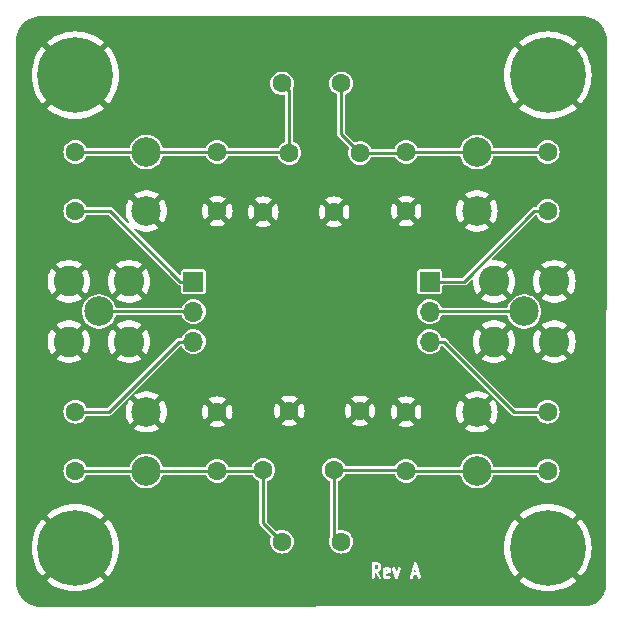
<source format=gtl>
%TF.GenerationSoftware,KiCad,Pcbnew,7.0.10-7.0.10~ubuntu22.04.1*%
%TF.CreationDate,2024-01-03T18:08:33-08:00*%
%TF.ProjectId,YamhillDualDoubleTunedCircuit,59616d68-696c-46c4-9475-616c446f7562,A*%
%TF.SameCoordinates,Original*%
%TF.FileFunction,Copper,L1,Top*%
%TF.FilePolarity,Positive*%
%FSLAX46Y46*%
G04 Gerber Fmt 4.6, Leading zero omitted, Abs format (unit mm)*
G04 Created by KiCad (PCBNEW 7.0.10-7.0.10~ubuntu22.04.1) date 2024-01-03 18:08:33*
%MOMM*%
%LPD*%
G01*
G04 APERTURE LIST*
%ADD10C,0.250000*%
%TA.AperFunction,ComponentPad*%
%ADD11C,2.500000*%
%TD*%
%TA.AperFunction,ComponentPad*%
%ADD12C,1.600000*%
%TD*%
%TA.AperFunction,ComponentPad*%
%ADD13R,1.700000X1.700000*%
%TD*%
%TA.AperFunction,ComponentPad*%
%ADD14O,1.700000X1.700000*%
%TD*%
%TA.AperFunction,ComponentPad*%
%ADD15C,0.800000*%
%TD*%
%TA.AperFunction,ComponentPad*%
%ADD16C,6.400000*%
%TD*%
%TA.AperFunction,ComponentPad*%
%ADD17C,2.600000*%
%TD*%
%TA.AperFunction,ViaPad*%
%ADD18C,0.600000*%
%TD*%
%TA.AperFunction,Conductor*%
%ADD19C,0.250000*%
%TD*%
G04 APERTURE END LIST*
D10*
G36*
X131483949Y-96883316D02*
G01*
X131502629Y-96928149D01*
X131279949Y-96981593D01*
X131279949Y-96936571D01*
X131302138Y-96883316D01*
X131332429Y-96865142D01*
X131453658Y-96865142D01*
X131483949Y-96883316D01*
G37*
G36*
X130596287Y-96493576D02*
G01*
X130618256Y-96519940D01*
X130648996Y-96593714D01*
X130648996Y-96715141D01*
X130618256Y-96788915D01*
X130596287Y-96815279D01*
X130548896Y-96843714D01*
X130327568Y-96843714D01*
X130327568Y-96465142D01*
X130548896Y-96465142D01*
X130596287Y-96493576D01*
G37*
G36*
X133847637Y-97072285D02*
G01*
X133700357Y-97072285D01*
X133773997Y-96807181D01*
X133847637Y-97072285D01*
G37*
G36*
X134403746Y-97836571D02*
G01*
X129906139Y-97836571D01*
X129906139Y-97540142D01*
X130077568Y-97540142D01*
X130097411Y-97607722D01*
X130150641Y-97653846D01*
X130220357Y-97663870D01*
X130284426Y-97634611D01*
X130322505Y-97575359D01*
X130327568Y-97540142D01*
X130327568Y-97093714D01*
X130368867Y-97093714D01*
X130666023Y-97603126D01*
X130717215Y-97651501D01*
X130786435Y-97664521D01*
X130851705Y-97638052D01*
X130892303Y-97580496D01*
X130895340Y-97510129D01*
X130881968Y-97477158D01*
X130818709Y-97368714D01*
X131029949Y-97368714D01*
X131031922Y-97375436D01*
X131030693Y-97382335D01*
X131039564Y-97416791D01*
X131087183Y-97531077D01*
X131100957Y-97548097D01*
X131110663Y-97567727D01*
X131128773Y-97582468D01*
X131131492Y-97585827D01*
X131133863Y-97586610D01*
X131138257Y-97590187D01*
X131233494Y-97647329D01*
X131249057Y-97651383D01*
X131262589Y-97660079D01*
X131297806Y-97665142D01*
X131488282Y-97665142D01*
X131503713Y-97660610D01*
X131519790Y-97661106D01*
X131552593Y-97647329D01*
X131647831Y-97590187D01*
X131695572Y-97538403D01*
X131707736Y-97469028D01*
X131680464Y-97404089D01*
X131622411Y-97364204D01*
X131552012Y-97362036D01*
X131519208Y-97375813D01*
X131453659Y-97415142D01*
X131332428Y-97415142D01*
X131302138Y-97396968D01*
X131279949Y-97343713D01*
X131279949Y-97238691D01*
X131660310Y-97147405D01*
X131686018Y-97132646D01*
X131712997Y-97120326D01*
X131716222Y-97115307D01*
X131721393Y-97112339D01*
X131735041Y-97086023D01*
X131751076Y-97061074D01*
X131752262Y-97052822D01*
X131753822Y-97049815D01*
X131753379Y-97045053D01*
X131756139Y-97025857D01*
X131756139Y-96911571D01*
X131754165Y-96904848D01*
X131755395Y-96897950D01*
X131746524Y-96863494D01*
X131698905Y-96749208D01*
X131691939Y-96740601D01*
X131839473Y-96740601D01*
X131844666Y-96775799D01*
X132082761Y-97575799D01*
X132101714Y-97605053D01*
X132120364Y-97634309D01*
X132120796Y-97634508D01*
X132121057Y-97634910D01*
X132152708Y-97649224D01*
X132184324Y-97663804D01*
X132184798Y-97663737D01*
X132185233Y-97663934D01*
X132219619Y-97658861D01*
X132254077Y-97654036D01*
X132254438Y-97653724D01*
X132254912Y-97653655D01*
X132281156Y-97630745D01*
X132307476Y-97608108D01*
X132307736Y-97607542D01*
X132307973Y-97607336D01*
X132308211Y-97606513D01*
X132322375Y-97575799D01*
X132342944Y-97506687D01*
X133320224Y-97506687D01*
X133321256Y-97577112D01*
X133360199Y-97635800D01*
X133424689Y-97664117D01*
X133494252Y-97653073D01*
X133546800Y-97606175D01*
X133561104Y-97573597D01*
X133630913Y-97322285D01*
X133917081Y-97322285D01*
X133986890Y-97573597D01*
X134024097Y-97633401D01*
X134087730Y-97663596D01*
X134157585Y-97654595D01*
X134211486Y-97609256D01*
X134232317Y-97541974D01*
X134227770Y-97506687D01*
X133894437Y-96306687D01*
X133893432Y-96305073D01*
X133893405Y-96303172D01*
X133874899Y-96275284D01*
X133857230Y-96246883D01*
X133855513Y-96246068D01*
X133854462Y-96244484D01*
X133823820Y-96231029D01*
X133793597Y-96216688D01*
X133791711Y-96216930D01*
X133789972Y-96216167D01*
X133756936Y-96221411D01*
X133723742Y-96225689D01*
X133722287Y-96226912D01*
X133720409Y-96227211D01*
X133695439Y-96249495D01*
X133669841Y-96271028D01*
X133669278Y-96272843D01*
X133667861Y-96274109D01*
X133653557Y-96306687D01*
X133320224Y-97506687D01*
X132342944Y-97506687D01*
X132560469Y-96775799D01*
X132560728Y-96705366D01*
X132522867Y-96645975D01*
X132458907Y-96616480D01*
X132389154Y-96626248D01*
X132335755Y-96672176D01*
X132320856Y-96704485D01*
X132202567Y-97101933D01*
X132084280Y-96704485D01*
X132045984Y-96645373D01*
X131981808Y-96616350D01*
X131912129Y-96626629D01*
X131859068Y-96672948D01*
X131839473Y-96740601D01*
X131691939Y-96740601D01*
X131685131Y-96732188D01*
X131675426Y-96712559D01*
X131657312Y-96697815D01*
X131654596Y-96694459D01*
X131652226Y-96693675D01*
X131647832Y-96690099D01*
X131552594Y-96632955D01*
X131537029Y-96628900D01*
X131523499Y-96620205D01*
X131488282Y-96615142D01*
X131297806Y-96615142D01*
X131282374Y-96619672D01*
X131266297Y-96619178D01*
X131233494Y-96632955D01*
X131138256Y-96690098D01*
X131123415Y-96706195D01*
X131105402Y-96718647D01*
X131093441Y-96738709D01*
X131090516Y-96741883D01*
X131090085Y-96744339D01*
X131087183Y-96749208D01*
X131039564Y-96863494D01*
X131038800Y-96870459D01*
X131035012Y-96876354D01*
X131029949Y-96911571D01*
X131029949Y-97368714D01*
X130818709Y-97368714D01*
X130647883Y-97075870D01*
X130743070Y-97018757D01*
X130745262Y-97016378D01*
X130748351Y-97015407D01*
X130774786Y-96991594D01*
X130822405Y-96934451D01*
X130822776Y-96933595D01*
X130823543Y-96933065D01*
X130841762Y-96902505D01*
X130889381Y-96788219D01*
X130890144Y-96781253D01*
X130893933Y-96775359D01*
X130898996Y-96740142D01*
X130898996Y-96568714D01*
X130897022Y-96561991D01*
X130898252Y-96555093D01*
X130889381Y-96520637D01*
X130841762Y-96406351D01*
X130841174Y-96405625D01*
X130841060Y-96404701D01*
X130822405Y-96374405D01*
X130774786Y-96317262D01*
X130772098Y-96315460D01*
X130770664Y-96312559D01*
X130743070Y-96290099D01*
X130647832Y-96232955D01*
X130632267Y-96228900D01*
X130618737Y-96220205D01*
X130583520Y-96215142D01*
X130202568Y-96215142D01*
X130193812Y-96217712D01*
X130184779Y-96216414D01*
X130160546Y-96227480D01*
X130134988Y-96234985D01*
X130129012Y-96241881D01*
X130120710Y-96245673D01*
X130106306Y-96268085D01*
X130088864Y-96288215D01*
X130087565Y-96297247D01*
X130082631Y-96304925D01*
X130077568Y-96340142D01*
X130077568Y-97540142D01*
X129906139Y-97540142D01*
X129906139Y-96043713D01*
X134403746Y-96043713D01*
X134403746Y-97836571D01*
G37*
D11*
%TO.P,C14,1*%
%TO.N,Net-(C10-Pad1)*%
X139000000Y-88500000D03*
%TO.P,C14,2*%
%TO.N,GND*%
X139000000Y-83500000D03*
%TD*%
D12*
%TO.P,L1,1,1*%
%TO.N,Net-(C1-Pad2)*%
X123100000Y-61575010D03*
%TO.P,L1,2,2*%
%TO.N,GND*%
X120900000Y-66575010D03*
%TD*%
D13*
%TO.P,J3,1,Pin_1*%
%TO.N,Net-(J3-Pin_1)*%
X135000000Y-72475000D03*
D14*
%TO.P,J3,2,Pin_2*%
%TO.N,Net-(J3-Pin_2)*%
X135000000Y-75015000D03*
%TO.P,J3,3,Pin_3*%
%TO.N,Net-(J3-Pin_3)*%
X135000000Y-77555000D03*
%TD*%
D12*
%TO.P,C13,1*%
%TO.N,Net-(C10-Pad1)*%
X133000000Y-88500000D03*
%TO.P,C13,2*%
%TO.N,GND*%
X133000000Y-83500000D03*
%TD*%
D11*
%TO.P,C7,1*%
%TO.N,Net-(C2-Pad2)*%
X139000000Y-61500000D03*
%TO.P,C7,2*%
%TO.N,GND*%
X139000000Y-66500000D03*
%TD*%
D12*
%TO.P,C1,1*%
%TO.N,Net-(J2-Pin_1)*%
X105000000Y-66500000D03*
%TO.P,C1,2*%
%TO.N,Net-(C1-Pad2)*%
X105000000Y-61500000D03*
%TD*%
D15*
%TO.P,H2,1,1*%
%TO.N,GND*%
X102600000Y-55000000D03*
X103302944Y-53302944D03*
X103302944Y-56697056D03*
X105000000Y-52600000D03*
D16*
X105000000Y-55000000D03*
D15*
X105000000Y-57400000D03*
X106697056Y-53302944D03*
X106697056Y-56697056D03*
X107400000Y-55000000D03*
%TD*%
D13*
%TO.P,J2,1,Pin_1*%
%TO.N,Net-(J2-Pin_1)*%
X115000000Y-72475000D03*
D14*
%TO.P,J2,2,Pin_2*%
%TO.N,Net-(J1-In)*%
X115000000Y-75015000D03*
%TO.P,J2,3,Pin_3*%
%TO.N,Net-(J2-Pin_3)*%
X115000000Y-77555000D03*
%TD*%
D11*
%TO.P,C11,1*%
%TO.N,Net-(C11-Pad1)*%
X111000000Y-88500000D03*
%TO.P,C11,2*%
%TO.N,GND*%
X111000000Y-83500000D03*
%TD*%
D12*
%TO.P,C10,1*%
%TO.N,Net-(C10-Pad1)*%
X145000000Y-88500000D03*
%TO.P,C10,2*%
%TO.N,Net-(J3-Pin_3)*%
X145000000Y-83500000D03*
%TD*%
D11*
%TO.P,C4,1*%
%TO.N,Net-(C1-Pad2)*%
X111000000Y-61500000D03*
%TO.P,C4,2*%
%TO.N,GND*%
X111000000Y-66500000D03*
%TD*%
D12*
%TO.P,C2,1*%
%TO.N,Net-(C1-Pad2)*%
X122500000Y-55700000D03*
%TO.P,C2,2*%
%TO.N,Net-(C2-Pad2)*%
X127500000Y-55700000D03*
%TD*%
D15*
%TO.P,H1,1,1*%
%TO.N,GND*%
X142600000Y-55000000D03*
X143302944Y-53302944D03*
X143302944Y-56697056D03*
X145000000Y-52600000D03*
D16*
X145000000Y-55000000D03*
D15*
X145000000Y-57400000D03*
X146697056Y-53302944D03*
X146697056Y-56697056D03*
X147400000Y-55000000D03*
%TD*%
D12*
%TO.P,C8,1*%
%TO.N,Net-(J2-Pin_3)*%
X105000000Y-83500000D03*
%TO.P,C8,2*%
%TO.N,Net-(C11-Pad1)*%
X105000000Y-88500000D03*
%TD*%
D15*
%TO.P,H3,1,1*%
%TO.N,GND*%
X142600000Y-95000000D03*
X143302944Y-93302944D03*
X143302944Y-96697056D03*
X145000000Y-92600000D03*
D16*
X145000000Y-95000000D03*
D15*
X145000000Y-97400000D03*
X146697056Y-93302944D03*
X146697056Y-96697056D03*
X147400000Y-95000000D03*
%TD*%
D12*
%TO.P,C5,1*%
%TO.N,Net-(C1-Pad2)*%
X117000000Y-61500000D03*
%TO.P,C5,2*%
%TO.N,GND*%
X117000000Y-66500000D03*
%TD*%
D15*
%TO.P,H4,1,1*%
%TO.N,GND*%
X102600000Y-95000000D03*
X103302944Y-93302944D03*
X103302944Y-96697056D03*
X105000000Y-92600000D03*
D16*
X105000000Y-95000000D03*
D15*
X105000000Y-97400000D03*
X106697056Y-93302944D03*
X106697056Y-96697056D03*
X107400000Y-95000000D03*
%TD*%
D12*
%TO.P,C9,1*%
%TO.N,Net-(C11-Pad1)*%
X122500000Y-94500000D03*
%TO.P,C9,2*%
%TO.N,Net-(C10-Pad1)*%
X127500000Y-94500000D03*
%TD*%
D11*
%TO.P,J4,1,In*%
%TO.N,Net-(J3-Pin_2)*%
X143000000Y-75000000D03*
D17*
%TO.P,J4,2,Ext*%
%TO.N,GND*%
X140450000Y-72450000D03*
X140450000Y-77550000D03*
X145550000Y-72450000D03*
X145550000Y-77550000D03*
%TD*%
D12*
%TO.P,L3,1,1*%
%TO.N,Net-(C11-Pad1)*%
X120900000Y-88424990D03*
%TO.P,L3,2,2*%
%TO.N,GND*%
X123100000Y-83424990D03*
%TD*%
%TO.P,C12,1*%
%TO.N,Net-(C11-Pad1)*%
X117000000Y-88500000D03*
%TO.P,C12,2*%
%TO.N,GND*%
X117000000Y-83500000D03*
%TD*%
%TO.P,C3,1*%
%TO.N,Net-(C2-Pad2)*%
X145000000Y-61500000D03*
%TO.P,C3,2*%
%TO.N,Net-(J3-Pin_1)*%
X145000000Y-66500000D03*
%TD*%
%TO.P,L4,1,1*%
%TO.N,Net-(C10-Pad1)*%
X126900000Y-88424990D03*
%TO.P,L4,2,2*%
%TO.N,GND*%
X129100000Y-83424990D03*
%TD*%
%TO.P,C6,1*%
%TO.N,Net-(C2-Pad2)*%
X133000000Y-61500000D03*
%TO.P,C6,2*%
%TO.N,GND*%
X133000000Y-66500000D03*
%TD*%
D11*
%TO.P,J1,1,In*%
%TO.N,Net-(J1-In)*%
X107000000Y-75000000D03*
D17*
%TO.P,J1,2,Ext*%
%TO.N,GND*%
X104450000Y-72450000D03*
X104450000Y-77550000D03*
X109550000Y-72450000D03*
X109550000Y-77550000D03*
%TD*%
D12*
%TO.P,L2,1,1*%
%TO.N,Net-(C2-Pad2)*%
X129100000Y-61575010D03*
%TO.P,L2,2,2*%
%TO.N,GND*%
X126900000Y-66575010D03*
%TD*%
D18*
%TO.N,GND*%
X122000000Y-99000000D03*
X142000000Y-99000000D03*
X149000000Y-87000000D03*
X147000000Y-51000000D03*
X101000000Y-87000000D03*
X149000000Y-77000000D03*
X101000000Y-72000000D03*
X122000000Y-51000000D03*
X112000000Y-99000000D03*
X142000000Y-51000000D03*
X127000000Y-51000000D03*
X149000000Y-67000000D03*
X149000000Y-97000000D03*
X149000000Y-52000000D03*
X149000000Y-82000000D03*
X101000000Y-57000000D03*
X101000000Y-52000000D03*
X107000000Y-99000000D03*
X132000000Y-51000000D03*
X117000000Y-51000000D03*
X127000000Y-99000000D03*
X102000000Y-51000000D03*
X149000000Y-72000000D03*
X137000000Y-99000000D03*
X101000000Y-62000000D03*
X101000000Y-67000000D03*
X112000000Y-51000000D03*
X107000000Y-51000000D03*
X149000000Y-62000000D03*
X149000000Y-57000000D03*
X137000000Y-51000000D03*
X101000000Y-82000000D03*
X149000000Y-92000000D03*
X132000000Y-99000000D03*
X101000000Y-97000000D03*
X102000000Y-99000000D03*
X147000000Y-99000000D03*
X101000000Y-92000000D03*
X101000000Y-77000000D03*
X117000000Y-99000000D03*
%TD*%
D19*
%TO.N,Net-(C1-Pad2)*%
X123024990Y-61500000D02*
X123100000Y-61575010D01*
X105000000Y-61500000D02*
X111000000Y-61500000D01*
X111000000Y-61500000D02*
X117000000Y-61500000D01*
X123100000Y-56300000D02*
X122500000Y-55700000D01*
X117000000Y-61500000D02*
X123024990Y-61500000D01*
X123100000Y-61575010D02*
X123100000Y-56300000D01*
%TO.N,Net-(C2-Pad2)*%
X127500000Y-55700000D02*
X127500000Y-59975010D01*
X132924990Y-61575010D02*
X133000000Y-61500000D01*
X129100000Y-61575010D02*
X132924990Y-61575010D01*
X127500000Y-59975010D02*
X129100000Y-61575010D01*
X133000000Y-61500000D02*
X139000000Y-61500000D01*
X139000000Y-61500000D02*
X145000000Y-61500000D01*
%TO.N,Net-(J2-Pin_1)*%
X107925000Y-66500000D02*
X105000000Y-66500000D01*
X115000000Y-72475000D02*
X113900000Y-72475000D01*
X113900000Y-72475000D02*
X107925000Y-66500000D01*
%TO.N,Net-(C11-Pad1)*%
X120900000Y-92900000D02*
X122500000Y-94500000D01*
X120824990Y-88500000D02*
X120900000Y-88424990D01*
X111000000Y-88500000D02*
X117000000Y-88500000D01*
X117000000Y-88500000D02*
X120824990Y-88500000D01*
X120900000Y-88424990D02*
X120900000Y-92900000D01*
X105000000Y-88500000D02*
X111000000Y-88500000D01*
%TO.N,Net-(C10-Pad1)*%
X126900000Y-88424990D02*
X132924990Y-88424990D01*
X133000000Y-88500000D02*
X139000000Y-88500000D01*
X126900000Y-93900000D02*
X127500000Y-94500000D01*
X139000000Y-88500000D02*
X145000000Y-88500000D01*
X132924990Y-88424990D02*
X133000000Y-88500000D01*
X126900000Y-88424990D02*
X126900000Y-93900000D01*
%TO.N,Net-(J2-Pin_3)*%
X107852919Y-83500000D02*
X105000000Y-83500000D01*
X115000000Y-77555000D02*
X113797919Y-77555000D01*
X113797919Y-77555000D02*
X107852919Y-83500000D01*
%TO.N,Net-(J3-Pin_1)*%
X145000000Y-66500000D02*
X143868630Y-66500000D01*
X137893630Y-72475000D02*
X135000000Y-72475000D01*
X143868630Y-66500000D02*
X137893630Y-72475000D01*
%TO.N,Net-(J3-Pin_3)*%
X142147081Y-83500000D02*
X145000000Y-83500000D01*
X136202081Y-77555000D02*
X142147081Y-83500000D01*
X135000000Y-77555000D02*
X136202081Y-77555000D01*
%TO.N,Net-(J1-In)*%
X107000000Y-75000000D02*
X114985000Y-75000000D01*
X114985000Y-75000000D02*
X115000000Y-75015000D01*
%TO.N,Net-(J3-Pin_2)*%
X135015000Y-75000000D02*
X135000000Y-75015000D01*
X143000000Y-75000000D02*
X135015000Y-75000000D01*
%TD*%
%TA.AperFunction,Conductor*%
%TO.N,GND*%
G36*
X106856420Y-96502867D02*
G01*
X106794601Y-96461561D01*
X106721680Y-96447056D01*
X106672432Y-96447056D01*
X106599511Y-96461561D01*
X106516816Y-96516816D01*
X106461561Y-96599511D01*
X106442158Y-96697056D01*
X106461561Y-96794601D01*
X106502867Y-96856420D01*
X105944180Y-96297733D01*
X106134870Y-96134870D01*
X106297733Y-95944180D01*
X106856420Y-96502867D01*
G37*
%TD.AperFunction*%
%TA.AperFunction,Conductor*%
G36*
X103865130Y-96134870D02*
G01*
X104055819Y-96297733D01*
X103497135Y-96856416D01*
X103538439Y-96794601D01*
X103557842Y-96697056D01*
X103538439Y-96599511D01*
X103483184Y-96516816D01*
X103400489Y-96461561D01*
X103327568Y-96447056D01*
X103278320Y-96447056D01*
X103205399Y-96461561D01*
X103143573Y-96502871D01*
X103702265Y-95944179D01*
X103865130Y-96134870D01*
G37*
%TD.AperFunction*%
%TA.AperFunction,Conductor*%
G36*
X104055819Y-93702266D02*
G01*
X103865130Y-93865130D01*
X103702266Y-94055819D01*
X103143579Y-93497132D01*
X103205399Y-93538439D01*
X103278320Y-93552944D01*
X103327568Y-93552944D01*
X103400489Y-93538439D01*
X103483184Y-93483184D01*
X103538439Y-93400489D01*
X103557842Y-93302944D01*
X103538439Y-93205399D01*
X103497132Y-93143579D01*
X104055819Y-93702266D01*
G37*
%TD.AperFunction*%
%TA.AperFunction,Conductor*%
G36*
X106461561Y-93205399D02*
G01*
X106442158Y-93302944D01*
X106461561Y-93400489D01*
X106516816Y-93483184D01*
X106599511Y-93538439D01*
X106672432Y-93552944D01*
X106721680Y-93552944D01*
X106794601Y-93538439D01*
X106856415Y-93497135D01*
X106297732Y-94055818D01*
X106134870Y-93865130D01*
X105944179Y-93702265D01*
X106502871Y-93143573D01*
X106461561Y-93205399D01*
G37*
%TD.AperFunction*%
%TA.AperFunction,Conductor*%
G36*
X146856420Y-96502867D02*
G01*
X146794601Y-96461561D01*
X146721680Y-96447056D01*
X146672432Y-96447056D01*
X146599511Y-96461561D01*
X146516816Y-96516816D01*
X146461561Y-96599511D01*
X146442158Y-96697056D01*
X146461561Y-96794601D01*
X146502867Y-96856420D01*
X145944180Y-96297733D01*
X146134870Y-96134870D01*
X146297733Y-95944180D01*
X146856420Y-96502867D01*
G37*
%TD.AperFunction*%
%TA.AperFunction,Conductor*%
G36*
X143865130Y-96134870D02*
G01*
X144055819Y-96297733D01*
X143497135Y-96856416D01*
X143538439Y-96794601D01*
X143557842Y-96697056D01*
X143538439Y-96599511D01*
X143483184Y-96516816D01*
X143400489Y-96461561D01*
X143327568Y-96447056D01*
X143278320Y-96447056D01*
X143205399Y-96461561D01*
X143143573Y-96502871D01*
X143702265Y-95944179D01*
X143865130Y-96134870D01*
G37*
%TD.AperFunction*%
%TA.AperFunction,Conductor*%
G36*
X144055819Y-93702266D02*
G01*
X143865130Y-93865130D01*
X143702266Y-94055819D01*
X143143579Y-93497132D01*
X143205399Y-93538439D01*
X143278320Y-93552944D01*
X143327568Y-93552944D01*
X143400489Y-93538439D01*
X143483184Y-93483184D01*
X143538439Y-93400489D01*
X143557842Y-93302944D01*
X143538439Y-93205399D01*
X143497132Y-93143579D01*
X144055819Y-93702266D01*
G37*
%TD.AperFunction*%
%TA.AperFunction,Conductor*%
G36*
X146461561Y-93205399D02*
G01*
X146442158Y-93302944D01*
X146461561Y-93400489D01*
X146516816Y-93483184D01*
X146599511Y-93538439D01*
X146672432Y-93552944D01*
X146721680Y-93552944D01*
X146794601Y-93538439D01*
X146856415Y-93497135D01*
X146297732Y-94055818D01*
X146134870Y-93865130D01*
X145944179Y-93702265D01*
X146502871Y-93143573D01*
X146461561Y-93205399D01*
G37*
%TD.AperFunction*%
%TA.AperFunction,Conductor*%
G36*
X106856420Y-56502867D02*
G01*
X106794601Y-56461561D01*
X106721680Y-56447056D01*
X106672432Y-56447056D01*
X106599511Y-56461561D01*
X106516816Y-56516816D01*
X106461561Y-56599511D01*
X106442158Y-56697056D01*
X106461561Y-56794601D01*
X106502867Y-56856420D01*
X105944180Y-56297733D01*
X106134870Y-56134870D01*
X106297733Y-55944180D01*
X106856420Y-56502867D01*
G37*
%TD.AperFunction*%
%TA.AperFunction,Conductor*%
G36*
X103865130Y-56134870D02*
G01*
X104055819Y-56297733D01*
X103497135Y-56856416D01*
X103538439Y-56794601D01*
X103557842Y-56697056D01*
X103538439Y-56599511D01*
X103483184Y-56516816D01*
X103400489Y-56461561D01*
X103327568Y-56447056D01*
X103278320Y-56447056D01*
X103205399Y-56461561D01*
X103143573Y-56502871D01*
X103702265Y-55944179D01*
X103865130Y-56134870D01*
G37*
%TD.AperFunction*%
%TA.AperFunction,Conductor*%
G36*
X104055819Y-53702266D02*
G01*
X103865130Y-53865130D01*
X103702266Y-54055819D01*
X103143579Y-53497132D01*
X103205399Y-53538439D01*
X103278320Y-53552944D01*
X103327568Y-53552944D01*
X103400489Y-53538439D01*
X103483184Y-53483184D01*
X103538439Y-53400489D01*
X103557842Y-53302944D01*
X103538439Y-53205399D01*
X103497132Y-53143579D01*
X104055819Y-53702266D01*
G37*
%TD.AperFunction*%
%TA.AperFunction,Conductor*%
G36*
X106461561Y-53205399D02*
G01*
X106442158Y-53302944D01*
X106461561Y-53400489D01*
X106516816Y-53483184D01*
X106599511Y-53538439D01*
X106672432Y-53552944D01*
X106721680Y-53552944D01*
X106794601Y-53538439D01*
X106856415Y-53497135D01*
X106297732Y-54055818D01*
X106134870Y-53865130D01*
X105944179Y-53702265D01*
X106502871Y-53143573D01*
X106461561Y-53205399D01*
G37*
%TD.AperFunction*%
%TA.AperFunction,Conductor*%
G36*
X146856420Y-56502867D02*
G01*
X146794601Y-56461561D01*
X146721680Y-56447056D01*
X146672432Y-56447056D01*
X146599511Y-56461561D01*
X146516816Y-56516816D01*
X146461561Y-56599511D01*
X146442158Y-56697056D01*
X146461561Y-56794601D01*
X146502867Y-56856420D01*
X145944180Y-56297733D01*
X146134870Y-56134870D01*
X146297733Y-55944180D01*
X146856420Y-56502867D01*
G37*
%TD.AperFunction*%
%TA.AperFunction,Conductor*%
G36*
X143865130Y-56134870D02*
G01*
X144055819Y-56297733D01*
X143497135Y-56856416D01*
X143538439Y-56794601D01*
X143557842Y-56697056D01*
X143538439Y-56599511D01*
X143483184Y-56516816D01*
X143400489Y-56461561D01*
X143327568Y-56447056D01*
X143278320Y-56447056D01*
X143205399Y-56461561D01*
X143143573Y-56502871D01*
X143702265Y-55944179D01*
X143865130Y-56134870D01*
G37*
%TD.AperFunction*%
%TA.AperFunction,Conductor*%
G36*
X144055819Y-53702266D02*
G01*
X143865130Y-53865130D01*
X143702266Y-54055819D01*
X143143579Y-53497132D01*
X143205399Y-53538439D01*
X143278320Y-53552944D01*
X143327568Y-53552944D01*
X143400489Y-53538439D01*
X143483184Y-53483184D01*
X143538439Y-53400489D01*
X143557842Y-53302944D01*
X143538439Y-53205399D01*
X143497132Y-53143579D01*
X144055819Y-53702266D01*
G37*
%TD.AperFunction*%
%TA.AperFunction,Conductor*%
G36*
X146461561Y-53205399D02*
G01*
X146442158Y-53302944D01*
X146461561Y-53400489D01*
X146516816Y-53483184D01*
X146599511Y-53538439D01*
X146672432Y-53552944D01*
X146721680Y-53552944D01*
X146794601Y-53538439D01*
X146856415Y-53497135D01*
X146297732Y-54055818D01*
X146134870Y-53865130D01*
X145944179Y-53702265D01*
X146502871Y-53143573D01*
X146461561Y-53205399D01*
G37*
%TD.AperFunction*%
%TA.AperFunction,Conductor*%
G36*
X124666055Y-50000948D02*
G01*
X124887981Y-50001067D01*
X124888183Y-50001067D01*
X124888222Y-50001081D01*
X124888223Y-50001068D01*
X136272024Y-50013226D01*
X148177832Y-50025943D01*
X148185686Y-50026370D01*
X148430663Y-50052841D01*
X148443547Y-50055409D01*
X148681984Y-50125420D01*
X148686985Y-50127085D01*
X148694671Y-50129952D01*
X148699540Y-50131968D01*
X148951239Y-50246914D01*
X148960503Y-50251973D01*
X149191047Y-50400134D01*
X149199500Y-50406462D01*
X149406610Y-50585924D01*
X149414075Y-50593389D01*
X149593537Y-50800499D01*
X149599865Y-50808952D01*
X149748026Y-51039496D01*
X149753086Y-51048762D01*
X149868031Y-51300457D01*
X149870052Y-51305337D01*
X149874513Y-51317297D01*
X149876181Y-51322310D01*
X149943606Y-51551939D01*
X149946180Y-51564880D01*
X149971523Y-51800717D01*
X149971947Y-51808632D01*
X149966958Y-98226211D01*
X149966534Y-98234117D01*
X149954616Y-98344913D01*
X149950332Y-98384755D01*
X149943675Y-98446643D01*
X149941102Y-98459577D01*
X149880306Y-98666630D01*
X149878637Y-98671643D01*
X149870048Y-98694670D01*
X149868027Y-98699550D01*
X149753086Y-98951237D01*
X149748026Y-98960503D01*
X149599865Y-99191047D01*
X149593537Y-99199500D01*
X149414075Y-99406610D01*
X149406610Y-99414075D01*
X149199500Y-99593537D01*
X149191047Y-99599865D01*
X148960503Y-99748026D01*
X148951237Y-99753086D01*
X148699542Y-99868031D01*
X148694661Y-99870052D01*
X148673641Y-99877892D01*
X148668648Y-99879554D01*
X148457480Y-99941558D01*
X148444571Y-99944128D01*
X148227805Y-99967505D01*
X148219920Y-99967932D01*
X102116357Y-99998592D01*
X102113691Y-99998546D01*
X101852439Y-99989302D01*
X101844525Y-99988595D01*
X101587590Y-99951653D01*
X101582391Y-99950715D01*
X101580668Y-99950340D01*
X101578542Y-99949877D01*
X101573430Y-99948572D01*
X101307930Y-99870614D01*
X101298038Y-99866925D01*
X101048763Y-99753086D01*
X101039496Y-99748026D01*
X100808952Y-99599865D01*
X100800499Y-99593537D01*
X100593389Y-99414075D01*
X100585924Y-99406610D01*
X100406462Y-99199500D01*
X100400134Y-99191047D01*
X100251973Y-98960503D01*
X100246913Y-98951236D01*
X100133074Y-98701961D01*
X100129385Y-98692069D01*
X100052175Y-98429116D01*
X100049930Y-98418799D01*
X100045035Y-98384755D01*
X100010742Y-98146234D01*
X100010037Y-98138350D01*
X100005005Y-97997469D01*
X100000547Y-97872635D01*
X100000500Y-97869994D01*
X100000500Y-95000000D01*
X101294922Y-95000000D01*
X101315219Y-95387289D01*
X101315219Y-95387290D01*
X101375885Y-95770322D01*
X101476262Y-96144934D01*
X101615244Y-96506992D01*
X101791307Y-96852537D01*
X102002530Y-97177791D01*
X102211096Y-97435349D01*
X103108759Y-96537685D01*
X103067449Y-96599511D01*
X103048046Y-96697056D01*
X103067449Y-96794601D01*
X103122704Y-96877296D01*
X103205399Y-96932551D01*
X103278320Y-96947056D01*
X103327568Y-96947056D01*
X103400489Y-96932551D01*
X103462304Y-96891247D01*
X102564649Y-97788902D01*
X102564649Y-97788903D01*
X102822208Y-97997469D01*
X103147462Y-98208692D01*
X103493007Y-98384755D01*
X103855065Y-98523737D01*
X104229677Y-98624114D01*
X104612709Y-98684780D01*
X105000000Y-98705077D01*
X105387289Y-98684780D01*
X105387290Y-98684780D01*
X105770322Y-98624114D01*
X106144934Y-98523737D01*
X106506992Y-98384755D01*
X106852537Y-98208692D01*
X107177791Y-97997469D01*
X107435349Y-97788903D01*
X107435349Y-97788902D01*
X106537691Y-96891244D01*
X106599511Y-96932551D01*
X106672432Y-96947056D01*
X106721680Y-96947056D01*
X106794601Y-96932551D01*
X106877296Y-96877296D01*
X106932551Y-96794601D01*
X106951954Y-96697056D01*
X106932551Y-96599511D01*
X106891244Y-96537691D01*
X107788902Y-97435349D01*
X107788903Y-97435349D01*
X107997469Y-97177791D01*
X108208692Y-96852537D01*
X108384755Y-96506992D01*
X108523737Y-96144934D01*
X108549577Y-96048498D01*
X129912188Y-96048498D01*
X129912188Y-97831786D01*
X134399022Y-97831786D01*
X134399022Y-96048498D01*
X129912188Y-96048498D01*
X108549577Y-96048498D01*
X108624114Y-95770322D01*
X108684780Y-95387290D01*
X108684780Y-95387289D01*
X108705077Y-95000000D01*
X108684780Y-94612710D01*
X108684780Y-94612709D01*
X108624114Y-94229677D01*
X108523737Y-93855065D01*
X108384755Y-93493007D01*
X108208692Y-93147462D01*
X107997469Y-92822208D01*
X107788902Y-92564649D01*
X106891247Y-93462303D01*
X106932551Y-93400489D01*
X106951954Y-93302944D01*
X106932551Y-93205399D01*
X106877296Y-93122704D01*
X106794601Y-93067449D01*
X106721680Y-93052944D01*
X106672432Y-93052944D01*
X106599511Y-93067449D01*
X106537685Y-93108759D01*
X107435349Y-92211096D01*
X107435349Y-92211095D01*
X107177791Y-92002530D01*
X106852537Y-91791307D01*
X106506992Y-91615244D01*
X106144934Y-91476262D01*
X105770322Y-91375885D01*
X105387290Y-91315219D01*
X105000000Y-91294922D01*
X104612710Y-91315219D01*
X104612709Y-91315219D01*
X104229677Y-91375885D01*
X103855065Y-91476262D01*
X103493007Y-91615244D01*
X103147462Y-91791307D01*
X102822205Y-92002532D01*
X102822202Y-92002535D01*
X102564649Y-92211095D01*
X102564649Y-92211096D01*
X103462308Y-93108755D01*
X103400489Y-93067449D01*
X103327568Y-93052944D01*
X103278320Y-93052944D01*
X103205399Y-93067449D01*
X103122704Y-93122704D01*
X103067449Y-93205399D01*
X103048046Y-93302944D01*
X103067449Y-93400489D01*
X103108755Y-93462308D01*
X102211096Y-92564649D01*
X102211095Y-92564649D01*
X102002535Y-92822202D01*
X102002532Y-92822205D01*
X101791307Y-93147462D01*
X101615244Y-93493007D01*
X101476262Y-93855065D01*
X101375885Y-94229677D01*
X101315219Y-94612709D01*
X101315219Y-94612710D01*
X101294922Y-95000000D01*
X100000500Y-95000000D01*
X100000500Y-88500000D01*
X103994659Y-88500000D01*
X104013976Y-88696133D01*
X104071187Y-88884731D01*
X104123995Y-88983526D01*
X104164090Y-89058538D01*
X104289117Y-89210883D01*
X104441462Y-89335910D01*
X104478745Y-89355838D01*
X104615268Y-89428812D01*
X104615270Y-89428812D01*
X104615273Y-89428814D01*
X104803868Y-89486024D01*
X105000000Y-89505341D01*
X105196132Y-89486024D01*
X105384727Y-89428814D01*
X105558538Y-89335910D01*
X105710883Y-89210883D01*
X105835910Y-89058538D01*
X105928814Y-88884727D01*
X105930848Y-88878018D01*
X105961222Y-88837527D01*
X106001662Y-88825500D01*
X109528545Y-88825500D01*
X109576111Y-88842813D01*
X109600281Y-88881334D01*
X109623392Y-88972597D01*
X109695012Y-89135873D01*
X109719951Y-89192728D01*
X109851429Y-89393969D01*
X110014236Y-89570825D01*
X110203933Y-89718472D01*
X110415344Y-89832882D01*
X110642703Y-89910934D01*
X110879808Y-89950500D01*
X111120192Y-89950500D01*
X111357297Y-89910934D01*
X111584656Y-89832882D01*
X111796067Y-89718472D01*
X111985764Y-89570825D01*
X112148571Y-89393969D01*
X112280049Y-89192728D01*
X112376610Y-88972591D01*
X112399719Y-88881333D01*
X112428179Y-88839473D01*
X112471455Y-88825500D01*
X115998338Y-88825500D01*
X116045904Y-88842813D01*
X116069151Y-88878018D01*
X116070157Y-88881334D01*
X116071187Y-88884730D01*
X116123995Y-88983526D01*
X116164090Y-89058538D01*
X116289117Y-89210883D01*
X116441462Y-89335910D01*
X116478745Y-89355838D01*
X116615268Y-89428812D01*
X116615270Y-89428812D01*
X116615273Y-89428814D01*
X116803868Y-89486024D01*
X117000000Y-89505341D01*
X117196132Y-89486024D01*
X117384727Y-89428814D01*
X117558538Y-89335910D01*
X117710883Y-89210883D01*
X117835910Y-89058538D01*
X117928814Y-88884727D01*
X117930848Y-88878018D01*
X117961222Y-88837527D01*
X118001662Y-88825500D01*
X119935268Y-88825500D01*
X119982834Y-88842813D01*
X120000530Y-88864616D01*
X120064090Y-88983528D01*
X120189117Y-89135873D01*
X120341462Y-89260900D01*
X120515269Y-89353802D01*
X120515270Y-89353802D01*
X120515273Y-89353804D01*
X120521981Y-89355838D01*
X120562473Y-89386212D01*
X120574500Y-89426652D01*
X120574500Y-92882558D01*
X120574218Y-92889009D01*
X120570735Y-92928805D01*
X120570735Y-92928806D01*
X120581077Y-92967406D01*
X120582473Y-92973703D01*
X120589411Y-93013044D01*
X120591811Y-93017200D01*
X120599203Y-93035047D01*
X120600445Y-93039682D01*
X120600446Y-93039685D01*
X120623362Y-93072414D01*
X120626829Y-93077855D01*
X120646806Y-93112455D01*
X120646807Y-93112456D01*
X120646808Y-93112457D01*
X120677408Y-93138133D01*
X120682169Y-93142495D01*
X121561554Y-94021880D01*
X121582946Y-94067756D01*
X121574493Y-94109084D01*
X121571188Y-94115268D01*
X121513976Y-94303866D01*
X121494659Y-94500000D01*
X121513976Y-94696133D01*
X121571187Y-94884731D01*
X121658776Y-95048597D01*
X121664090Y-95058538D01*
X121789117Y-95210883D01*
X121941462Y-95335910D01*
X121974470Y-95353553D01*
X122115268Y-95428812D01*
X122115270Y-95428812D01*
X122115273Y-95428814D01*
X122303868Y-95486024D01*
X122500000Y-95505341D01*
X122696132Y-95486024D01*
X122884727Y-95428814D01*
X123058538Y-95335910D01*
X123210883Y-95210883D01*
X123335910Y-95058538D01*
X123428814Y-94884727D01*
X123486024Y-94696132D01*
X123505341Y-94500000D01*
X123486024Y-94303868D01*
X123428814Y-94115273D01*
X123428812Y-94115270D01*
X123428812Y-94115268D01*
X123353143Y-93973703D01*
X123335910Y-93941462D01*
X123210883Y-93789117D01*
X123058538Y-93664090D01*
X123048597Y-93658776D01*
X122884731Y-93571187D01*
X122696133Y-93513976D01*
X122500000Y-93494659D01*
X122303866Y-93513976D01*
X122198887Y-93545821D01*
X122115273Y-93571186D01*
X122115270Y-93571187D01*
X122115268Y-93571188D01*
X122109084Y-93574493D01*
X122058972Y-93581643D01*
X122021880Y-93561554D01*
X121247174Y-92786848D01*
X121225782Y-92740972D01*
X121225500Y-92734522D01*
X121225500Y-89426652D01*
X121242813Y-89379086D01*
X121278018Y-89355838D01*
X121284727Y-89353804D01*
X121458538Y-89260900D01*
X121610883Y-89135873D01*
X121735910Y-88983528D01*
X121828814Y-88809717D01*
X121886024Y-88621122D01*
X121905341Y-88424990D01*
X125894659Y-88424990D01*
X125913976Y-88621123D01*
X125971187Y-88809721D01*
X126058244Y-88972591D01*
X126064090Y-88983528D01*
X126189117Y-89135873D01*
X126341462Y-89260900D01*
X126515269Y-89353802D01*
X126515270Y-89353802D01*
X126515273Y-89353804D01*
X126521981Y-89355838D01*
X126562473Y-89386212D01*
X126574500Y-89426652D01*
X126574500Y-93882558D01*
X126574218Y-93889009D01*
X126570735Y-93928805D01*
X126570735Y-93928806D01*
X126581077Y-93967406D01*
X126582473Y-93973703D01*
X126589411Y-94013044D01*
X126591627Y-94019131D01*
X126589475Y-94019913D01*
X126596548Y-94060037D01*
X126588936Y-94082064D01*
X126571187Y-94115270D01*
X126513976Y-94303866D01*
X126494659Y-94500000D01*
X126513976Y-94696133D01*
X126571187Y-94884731D01*
X126658776Y-95048597D01*
X126664090Y-95058538D01*
X126789117Y-95210883D01*
X126941462Y-95335910D01*
X126974470Y-95353553D01*
X127115268Y-95428812D01*
X127115270Y-95428812D01*
X127115273Y-95428814D01*
X127303868Y-95486024D01*
X127500000Y-95505341D01*
X127696132Y-95486024D01*
X127884727Y-95428814D01*
X128058538Y-95335910D01*
X128210883Y-95210883D01*
X128335910Y-95058538D01*
X128367199Y-95000000D01*
X141294922Y-95000000D01*
X141315219Y-95387289D01*
X141315219Y-95387290D01*
X141375885Y-95770322D01*
X141476262Y-96144934D01*
X141615244Y-96506992D01*
X141791307Y-96852537D01*
X142002530Y-97177791D01*
X142211096Y-97435349D01*
X143108759Y-96537685D01*
X143067449Y-96599511D01*
X143048046Y-96697056D01*
X143067449Y-96794601D01*
X143122704Y-96877296D01*
X143205399Y-96932551D01*
X143278320Y-96947056D01*
X143327568Y-96947056D01*
X143400489Y-96932551D01*
X143462304Y-96891247D01*
X142564649Y-97788902D01*
X142564649Y-97788903D01*
X142822208Y-97997469D01*
X143147462Y-98208692D01*
X143493007Y-98384755D01*
X143855065Y-98523737D01*
X144229677Y-98624114D01*
X144612709Y-98684780D01*
X145000000Y-98705077D01*
X145387289Y-98684780D01*
X145387290Y-98684780D01*
X145770322Y-98624114D01*
X146144934Y-98523737D01*
X146506992Y-98384755D01*
X146852537Y-98208692D01*
X147177791Y-97997469D01*
X147435349Y-97788903D01*
X147435349Y-97788902D01*
X146537691Y-96891244D01*
X146599511Y-96932551D01*
X146672432Y-96947056D01*
X146721680Y-96947056D01*
X146794601Y-96932551D01*
X146877296Y-96877296D01*
X146932551Y-96794601D01*
X146951954Y-96697056D01*
X146932551Y-96599511D01*
X146891244Y-96537691D01*
X147788902Y-97435349D01*
X147788903Y-97435349D01*
X147997469Y-97177791D01*
X148208692Y-96852537D01*
X148384755Y-96506992D01*
X148523737Y-96144934D01*
X148624114Y-95770322D01*
X148684780Y-95387290D01*
X148684780Y-95387289D01*
X148705077Y-95000000D01*
X148684780Y-94612710D01*
X148684780Y-94612709D01*
X148624114Y-94229677D01*
X148523737Y-93855065D01*
X148384755Y-93493007D01*
X148208692Y-93147462D01*
X147997469Y-92822208D01*
X147788902Y-92564649D01*
X146891247Y-93462303D01*
X146932551Y-93400489D01*
X146951954Y-93302944D01*
X146932551Y-93205399D01*
X146877296Y-93122704D01*
X146794601Y-93067449D01*
X146721680Y-93052944D01*
X146672432Y-93052944D01*
X146599511Y-93067449D01*
X146537685Y-93108759D01*
X147435349Y-92211096D01*
X147435349Y-92211095D01*
X147177791Y-92002530D01*
X146852537Y-91791307D01*
X146506992Y-91615244D01*
X146144934Y-91476262D01*
X145770322Y-91375885D01*
X145387290Y-91315219D01*
X145000000Y-91294922D01*
X144612710Y-91315219D01*
X144612709Y-91315219D01*
X144229677Y-91375885D01*
X143855065Y-91476262D01*
X143493007Y-91615244D01*
X143147462Y-91791307D01*
X142822205Y-92002532D01*
X142822202Y-92002535D01*
X142564649Y-92211095D01*
X142564649Y-92211096D01*
X143462308Y-93108755D01*
X143400489Y-93067449D01*
X143327568Y-93052944D01*
X143278320Y-93052944D01*
X143205399Y-93067449D01*
X143122704Y-93122704D01*
X143067449Y-93205399D01*
X143048046Y-93302944D01*
X143067449Y-93400489D01*
X143108755Y-93462308D01*
X142211096Y-92564649D01*
X142211095Y-92564649D01*
X142002535Y-92822202D01*
X142002532Y-92822205D01*
X141791307Y-93147462D01*
X141615244Y-93493007D01*
X141476262Y-93855065D01*
X141375885Y-94229677D01*
X141315219Y-94612709D01*
X141315219Y-94612710D01*
X141294922Y-95000000D01*
X128367199Y-95000000D01*
X128428814Y-94884727D01*
X128486024Y-94696132D01*
X128505341Y-94500000D01*
X128486024Y-94303868D01*
X128428814Y-94115273D01*
X128428812Y-94115270D01*
X128428812Y-94115268D01*
X128353143Y-93973703D01*
X128335910Y-93941462D01*
X128210883Y-93789117D01*
X128058538Y-93664090D01*
X128048597Y-93658776D01*
X127884731Y-93571187D01*
X127696133Y-93513976D01*
X127565651Y-93501125D01*
X127500000Y-93494659D01*
X127499999Y-93494659D01*
X127421201Y-93502419D01*
X127306752Y-93513691D01*
X127257719Y-93501125D01*
X127228235Y-93459979D01*
X127225500Y-93440048D01*
X127225500Y-89426652D01*
X127242813Y-89379086D01*
X127278018Y-89355838D01*
X127284727Y-89353804D01*
X127458538Y-89260900D01*
X127610883Y-89135873D01*
X127735910Y-88983528D01*
X127828814Y-88809717D01*
X127830848Y-88803008D01*
X127861222Y-88762517D01*
X127901662Y-88750490D01*
X131975584Y-88750490D01*
X132023150Y-88767803D01*
X132046395Y-88803005D01*
X132071186Y-88884727D01*
X132164090Y-89058538D01*
X132289117Y-89210883D01*
X132441462Y-89335910D01*
X132478745Y-89355838D01*
X132615268Y-89428812D01*
X132615270Y-89428812D01*
X132615273Y-89428814D01*
X132803868Y-89486024D01*
X133000000Y-89505341D01*
X133196132Y-89486024D01*
X133384727Y-89428814D01*
X133558538Y-89335910D01*
X133710883Y-89210883D01*
X133835910Y-89058538D01*
X133928814Y-88884727D01*
X133930848Y-88878018D01*
X133961222Y-88837527D01*
X134001662Y-88825500D01*
X137528545Y-88825500D01*
X137576111Y-88842813D01*
X137600281Y-88881334D01*
X137623392Y-88972597D01*
X137695012Y-89135873D01*
X137719951Y-89192728D01*
X137851429Y-89393969D01*
X138014236Y-89570825D01*
X138203933Y-89718472D01*
X138415344Y-89832882D01*
X138642703Y-89910934D01*
X138879808Y-89950500D01*
X139120192Y-89950500D01*
X139357297Y-89910934D01*
X139584656Y-89832882D01*
X139796067Y-89718472D01*
X139985764Y-89570825D01*
X140148571Y-89393969D01*
X140280049Y-89192728D01*
X140376610Y-88972591D01*
X140399719Y-88881333D01*
X140428179Y-88839473D01*
X140471455Y-88825500D01*
X143998338Y-88825500D01*
X144045904Y-88842813D01*
X144069151Y-88878018D01*
X144070157Y-88881334D01*
X144071187Y-88884730D01*
X144123995Y-88983526D01*
X144164090Y-89058538D01*
X144289117Y-89210883D01*
X144441462Y-89335910D01*
X144478745Y-89355838D01*
X144615268Y-89428812D01*
X144615270Y-89428812D01*
X144615273Y-89428814D01*
X144803868Y-89486024D01*
X145000000Y-89505341D01*
X145196132Y-89486024D01*
X145384727Y-89428814D01*
X145558538Y-89335910D01*
X145710883Y-89210883D01*
X145835910Y-89058538D01*
X145928814Y-88884727D01*
X145986024Y-88696132D01*
X146005341Y-88500000D01*
X145986024Y-88303868D01*
X145928814Y-88115273D01*
X145928812Y-88115269D01*
X145928812Y-88115268D01*
X145877048Y-88018426D01*
X145835910Y-87941462D01*
X145710883Y-87789117D01*
X145558538Y-87664090D01*
X145548597Y-87658776D01*
X145384731Y-87571187D01*
X145196133Y-87513976D01*
X145000000Y-87494659D01*
X144803866Y-87513976D01*
X144615268Y-87571187D01*
X144441463Y-87664089D01*
X144289117Y-87789117D01*
X144164089Y-87941463D01*
X144071187Y-88115269D01*
X144071186Y-88115273D01*
X144069151Y-88121981D01*
X144038778Y-88162473D01*
X143998338Y-88174500D01*
X140471455Y-88174500D01*
X140423889Y-88157187D01*
X140399719Y-88118666D01*
X140398859Y-88115269D01*
X140376610Y-88027409D01*
X140280049Y-87807272D01*
X140148571Y-87606031D01*
X139985764Y-87429175D01*
X139796067Y-87281528D01*
X139707715Y-87233714D01*
X139584655Y-87167117D01*
X139357295Y-87089065D01*
X139120194Y-87049500D01*
X139120192Y-87049500D01*
X138879808Y-87049500D01*
X138879805Y-87049500D01*
X138642704Y-87089065D01*
X138415344Y-87167117D01*
X138203940Y-87281524D01*
X138203928Y-87281531D01*
X138014234Y-87429176D01*
X137851427Y-87606033D01*
X137719951Y-87807271D01*
X137623392Y-88027402D01*
X137600281Y-88118666D01*
X137571821Y-88160527D01*
X137528545Y-88174500D01*
X134001662Y-88174500D01*
X133954096Y-88157187D01*
X133930848Y-88121981D01*
X133928814Y-88115273D01*
X133835910Y-87941462D01*
X133710883Y-87789117D01*
X133558538Y-87664090D01*
X133548597Y-87658776D01*
X133384731Y-87571187D01*
X133196133Y-87513976D01*
X133000000Y-87494659D01*
X132803866Y-87513976D01*
X132615268Y-87571187D01*
X132441463Y-87664089D01*
X132289117Y-87789117D01*
X132164090Y-87941461D01*
X132100530Y-88060374D01*
X132062839Y-88094162D01*
X132035268Y-88099490D01*
X127901662Y-88099490D01*
X127854096Y-88082177D01*
X127830848Y-88046971D01*
X127828814Y-88040263D01*
X127735910Y-87866452D01*
X127610883Y-87714107D01*
X127458538Y-87589080D01*
X127425061Y-87571186D01*
X127284731Y-87496177D01*
X127096133Y-87438966D01*
X126900000Y-87419649D01*
X126703866Y-87438966D01*
X126515268Y-87496177D01*
X126341463Y-87589079D01*
X126189117Y-87714107D01*
X126064089Y-87866453D01*
X125971187Y-88040258D01*
X125913976Y-88228856D01*
X125894659Y-88424990D01*
X121905341Y-88424990D01*
X121886024Y-88228858D01*
X121828814Y-88040263D01*
X121828812Y-88040259D01*
X121828812Y-88040258D01*
X121776003Y-87941461D01*
X121735910Y-87866452D01*
X121610883Y-87714107D01*
X121458538Y-87589080D01*
X121425061Y-87571186D01*
X121284731Y-87496177D01*
X121096133Y-87438966D01*
X120900000Y-87419649D01*
X120703866Y-87438966D01*
X120515268Y-87496177D01*
X120341463Y-87589079D01*
X120189117Y-87714107D01*
X120064089Y-87866453D01*
X119971188Y-88040258D01*
X119971188Y-88040259D01*
X119971186Y-88040263D01*
X119946395Y-88121983D01*
X119916023Y-88162473D01*
X119875584Y-88174500D01*
X118001662Y-88174500D01*
X117954096Y-88157187D01*
X117930848Y-88121981D01*
X117928814Y-88115273D01*
X117835910Y-87941462D01*
X117710883Y-87789117D01*
X117558538Y-87664090D01*
X117548597Y-87658776D01*
X117384731Y-87571187D01*
X117196133Y-87513976D01*
X117000000Y-87494659D01*
X116803866Y-87513976D01*
X116615268Y-87571187D01*
X116441463Y-87664089D01*
X116289117Y-87789117D01*
X116164089Y-87941463D01*
X116071187Y-88115269D01*
X116071186Y-88115273D01*
X116069151Y-88121981D01*
X116038778Y-88162473D01*
X115998338Y-88174500D01*
X112471455Y-88174500D01*
X112423889Y-88157187D01*
X112399719Y-88118666D01*
X112398859Y-88115269D01*
X112376610Y-88027409D01*
X112280049Y-87807272D01*
X112148571Y-87606031D01*
X111985764Y-87429175D01*
X111796067Y-87281528D01*
X111707715Y-87233714D01*
X111584655Y-87167117D01*
X111357295Y-87089065D01*
X111120194Y-87049500D01*
X111120192Y-87049500D01*
X110879808Y-87049500D01*
X110879805Y-87049500D01*
X110642704Y-87089065D01*
X110415344Y-87167117D01*
X110203940Y-87281524D01*
X110203928Y-87281531D01*
X110014234Y-87429176D01*
X109851427Y-87606033D01*
X109719951Y-87807271D01*
X109623392Y-88027402D01*
X109600281Y-88118666D01*
X109571821Y-88160527D01*
X109528545Y-88174500D01*
X106001662Y-88174500D01*
X105954096Y-88157187D01*
X105930848Y-88121981D01*
X105928814Y-88115273D01*
X105835910Y-87941462D01*
X105710883Y-87789117D01*
X105558538Y-87664090D01*
X105548597Y-87658776D01*
X105384731Y-87571187D01*
X105196133Y-87513976D01*
X105000000Y-87494659D01*
X104803866Y-87513976D01*
X104615268Y-87571187D01*
X104441463Y-87664089D01*
X104289117Y-87789117D01*
X104164089Y-87941463D01*
X104071187Y-88115268D01*
X104013976Y-88303866D01*
X103994659Y-88500000D01*
X100000500Y-88500000D01*
X100000500Y-83500000D01*
X103994659Y-83500000D01*
X104013976Y-83696133D01*
X104071187Y-83884731D01*
X104104112Y-83946328D01*
X104164090Y-84058538D01*
X104289117Y-84210883D01*
X104441462Y-84335910D01*
X104518426Y-84377048D01*
X104615268Y-84428812D01*
X104615270Y-84428812D01*
X104615273Y-84428814D01*
X104803868Y-84486024D01*
X105000000Y-84505341D01*
X105196132Y-84486024D01*
X105384727Y-84428814D01*
X105558538Y-84335910D01*
X105710883Y-84210883D01*
X105835910Y-84058538D01*
X105928814Y-83884727D01*
X105930848Y-83878018D01*
X105961222Y-83837527D01*
X106001662Y-83825500D01*
X107835478Y-83825500D01*
X107841927Y-83825781D01*
X107853835Y-83826823D01*
X107881724Y-83829264D01*
X107881724Y-83829263D01*
X107881726Y-83829264D01*
X107920332Y-83818918D01*
X107926622Y-83817524D01*
X107965964Y-83810588D01*
X107970113Y-83808191D01*
X107987974Y-83800794D01*
X107987978Y-83800793D01*
X107992603Y-83799554D01*
X108025329Y-83776638D01*
X108030770Y-83773172D01*
X108065374Y-83753194D01*
X108091069Y-83722570D01*
X108095413Y-83717831D01*
X108313243Y-83500001D01*
X109245093Y-83500001D01*
X109264694Y-83761553D01*
X109323058Y-84017265D01*
X109418882Y-84261424D01*
X109550028Y-84488574D01*
X109597873Y-84548570D01*
X110397452Y-83748992D01*
X110407188Y-83778956D01*
X110495186Y-83917619D01*
X110614903Y-84030040D01*
X110749510Y-84104041D01*
X109950831Y-84902720D01*
X110122541Y-85019790D01*
X110358860Y-85133596D01*
X110358868Y-85133599D01*
X110609488Y-85210906D01*
X110868861Y-85250000D01*
X111131139Y-85250000D01*
X111390511Y-85210906D01*
X111641131Y-85133599D01*
X111641139Y-85133596D01*
X111877454Y-85019793D01*
X112049167Y-84902720D01*
X111247533Y-84101086D01*
X111315629Y-84074126D01*
X111448492Y-83977595D01*
X111553175Y-83851055D01*
X111601631Y-83748078D01*
X112402124Y-84548571D01*
X112402125Y-84548571D01*
X112449968Y-84488578D01*
X112581117Y-84261424D01*
X112676941Y-84017265D01*
X112735305Y-83761553D01*
X112754907Y-83500005D01*
X115695034Y-83500005D01*
X115714858Y-83726602D01*
X115714859Y-83726608D01*
X115773730Y-83946317D01*
X115773735Y-83946328D01*
X115869867Y-84152483D01*
X115920973Y-84225471D01*
X116602045Y-83544399D01*
X116614835Y-83625148D01*
X116672359Y-83738045D01*
X116761955Y-83827641D01*
X116874852Y-83885165D01*
X116955599Y-83897953D01*
X116274526Y-84579025D01*
X116347516Y-84630132D01*
X116553671Y-84726264D01*
X116553682Y-84726269D01*
X116773391Y-84785140D01*
X116773397Y-84785141D01*
X116999995Y-84804966D01*
X117000005Y-84804966D01*
X117226602Y-84785141D01*
X117226608Y-84785140D01*
X117446317Y-84726269D01*
X117446328Y-84726264D01*
X117652483Y-84630133D01*
X117725471Y-84579024D01*
X117044400Y-83897953D01*
X117125148Y-83885165D01*
X117238045Y-83827641D01*
X117327641Y-83738045D01*
X117385165Y-83625148D01*
X117397953Y-83544400D01*
X118079024Y-84225471D01*
X118130133Y-84152483D01*
X118226264Y-83946328D01*
X118226269Y-83946317D01*
X118285140Y-83726608D01*
X118285141Y-83726602D01*
X118304966Y-83500005D01*
X118304966Y-83499994D01*
X118298404Y-83424995D01*
X121795034Y-83424995D01*
X121814858Y-83651592D01*
X121814859Y-83651598D01*
X121873730Y-83871307D01*
X121873735Y-83871318D01*
X121969867Y-84077473D01*
X122020973Y-84150461D01*
X122702045Y-83469389D01*
X122714835Y-83550138D01*
X122772359Y-83663035D01*
X122861955Y-83752631D01*
X122974852Y-83810155D01*
X123055599Y-83822943D01*
X122374526Y-84504015D01*
X122447516Y-84555122D01*
X122653671Y-84651254D01*
X122653682Y-84651259D01*
X122873391Y-84710130D01*
X122873397Y-84710131D01*
X123099995Y-84729956D01*
X123100005Y-84729956D01*
X123326602Y-84710131D01*
X123326608Y-84710130D01*
X123546317Y-84651259D01*
X123546328Y-84651254D01*
X123752483Y-84555123D01*
X123825471Y-84504014D01*
X123144400Y-83822943D01*
X123225148Y-83810155D01*
X123338045Y-83752631D01*
X123427641Y-83663035D01*
X123485165Y-83550138D01*
X123497953Y-83469390D01*
X124179024Y-84150461D01*
X124230133Y-84077473D01*
X124326264Y-83871318D01*
X124326269Y-83871307D01*
X124385140Y-83651598D01*
X124385141Y-83651592D01*
X124404966Y-83424995D01*
X127795034Y-83424995D01*
X127814858Y-83651592D01*
X127814859Y-83651598D01*
X127873730Y-83871307D01*
X127873735Y-83871318D01*
X127969867Y-84077473D01*
X128020973Y-84150461D01*
X128702045Y-83469389D01*
X128714835Y-83550138D01*
X128772359Y-83663035D01*
X128861955Y-83752631D01*
X128974852Y-83810155D01*
X129055599Y-83822943D01*
X128374526Y-84504015D01*
X128447516Y-84555122D01*
X128653671Y-84651254D01*
X128653682Y-84651259D01*
X128873391Y-84710130D01*
X128873397Y-84710131D01*
X129099995Y-84729956D01*
X129100005Y-84729956D01*
X129326602Y-84710131D01*
X129326608Y-84710130D01*
X129546317Y-84651259D01*
X129546328Y-84651254D01*
X129752483Y-84555123D01*
X129825471Y-84504014D01*
X129144400Y-83822943D01*
X129225148Y-83810155D01*
X129338045Y-83752631D01*
X129427641Y-83663035D01*
X129485165Y-83550138D01*
X129497953Y-83469390D01*
X130179024Y-84150461D01*
X130230133Y-84077473D01*
X130326264Y-83871318D01*
X130326269Y-83871307D01*
X130385140Y-83651598D01*
X130385141Y-83651592D01*
X130398403Y-83500005D01*
X131695034Y-83500005D01*
X131714858Y-83726602D01*
X131714859Y-83726608D01*
X131773730Y-83946317D01*
X131773735Y-83946328D01*
X131869867Y-84152483D01*
X131920973Y-84225471D01*
X132602045Y-83544399D01*
X132614835Y-83625148D01*
X132672359Y-83738045D01*
X132761955Y-83827641D01*
X132874852Y-83885165D01*
X132955599Y-83897953D01*
X132274526Y-84579025D01*
X132347516Y-84630132D01*
X132553671Y-84726264D01*
X132553682Y-84726269D01*
X132773391Y-84785140D01*
X132773397Y-84785141D01*
X132999995Y-84804966D01*
X133000005Y-84804966D01*
X133226602Y-84785141D01*
X133226608Y-84785140D01*
X133446317Y-84726269D01*
X133446328Y-84726264D01*
X133652483Y-84630133D01*
X133725471Y-84579024D01*
X133044400Y-83897953D01*
X133125148Y-83885165D01*
X133238045Y-83827641D01*
X133327641Y-83738045D01*
X133385165Y-83625148D01*
X133397953Y-83544400D01*
X134079024Y-84225471D01*
X134130133Y-84152483D01*
X134226264Y-83946328D01*
X134226269Y-83946317D01*
X134285140Y-83726608D01*
X134285141Y-83726602D01*
X134304966Y-83500005D01*
X134304966Y-83500001D01*
X137245093Y-83500001D01*
X137264694Y-83761553D01*
X137323058Y-84017265D01*
X137418882Y-84261424D01*
X137550028Y-84488574D01*
X137597873Y-84548570D01*
X138397452Y-83748992D01*
X138407188Y-83778956D01*
X138495186Y-83917619D01*
X138614903Y-84030040D01*
X138749510Y-84104041D01*
X137950831Y-84902720D01*
X138122541Y-85019790D01*
X138358860Y-85133596D01*
X138358868Y-85133599D01*
X138609488Y-85210906D01*
X138868861Y-85250000D01*
X139131139Y-85250000D01*
X139390511Y-85210906D01*
X139641131Y-85133599D01*
X139641139Y-85133596D01*
X139877454Y-85019793D01*
X140049167Y-84902720D01*
X139247533Y-84101086D01*
X139315629Y-84074126D01*
X139448492Y-83977595D01*
X139553175Y-83851055D01*
X139601631Y-83748078D01*
X140402124Y-84548571D01*
X140402125Y-84548571D01*
X140449968Y-84488578D01*
X140581117Y-84261424D01*
X140676941Y-84017265D01*
X140735305Y-83761553D01*
X140754907Y-83500001D01*
X140754907Y-83499998D01*
X140735305Y-83238446D01*
X140676941Y-82982734D01*
X140581117Y-82738575D01*
X140449971Y-82511426D01*
X140402124Y-82451427D01*
X139602547Y-83251005D01*
X139592812Y-83221044D01*
X139504814Y-83082381D01*
X139385097Y-82969960D01*
X139250487Y-82895957D01*
X140049167Y-82097278D01*
X139877459Y-81980209D01*
X139641139Y-81866403D01*
X139641131Y-81866400D01*
X139390511Y-81789093D01*
X139131139Y-81750000D01*
X138868861Y-81750000D01*
X138609488Y-81789093D01*
X138358868Y-81866400D01*
X138358860Y-81866403D01*
X138122539Y-81980210D01*
X138122537Y-81980211D01*
X137950831Y-82097277D01*
X137950831Y-82097278D01*
X138752466Y-82898913D01*
X138684371Y-82925874D01*
X138551508Y-83022405D01*
X138446825Y-83148945D01*
X138398367Y-83251921D01*
X137597873Y-82451427D01*
X137597872Y-82451427D01*
X137550033Y-82511418D01*
X137550028Y-82511425D01*
X137418882Y-82738575D01*
X137323058Y-82982734D01*
X137264694Y-83238446D01*
X137245093Y-83499998D01*
X137245093Y-83500001D01*
X134304966Y-83500001D01*
X134304966Y-83499994D01*
X134285141Y-83273397D01*
X134285140Y-83273391D01*
X134226269Y-83053682D01*
X134226264Y-83053671D01*
X134130132Y-82847516D01*
X134079024Y-82774526D01*
X133397953Y-83455598D01*
X133385165Y-83374852D01*
X133327641Y-83261955D01*
X133238045Y-83172359D01*
X133125148Y-83114835D01*
X133044399Y-83102045D01*
X133725472Y-82420973D01*
X133652483Y-82369867D01*
X133446328Y-82273735D01*
X133446317Y-82273730D01*
X133226608Y-82214859D01*
X133226602Y-82214858D01*
X133000005Y-82195034D01*
X132999995Y-82195034D01*
X132773397Y-82214858D01*
X132773391Y-82214859D01*
X132553682Y-82273730D01*
X132553671Y-82273735D01*
X132347513Y-82369868D01*
X132274526Y-82420973D01*
X132955599Y-83102046D01*
X132874852Y-83114835D01*
X132761955Y-83172359D01*
X132672359Y-83261955D01*
X132614835Y-83374852D01*
X132602046Y-83455599D01*
X131920973Y-82774526D01*
X131869868Y-82847513D01*
X131773735Y-83053671D01*
X131773730Y-83053682D01*
X131714859Y-83273391D01*
X131714858Y-83273397D01*
X131695034Y-83499994D01*
X131695034Y-83500005D01*
X130398403Y-83500005D01*
X130404966Y-83424995D01*
X130404966Y-83424984D01*
X130385141Y-83198387D01*
X130385140Y-83198381D01*
X130326269Y-82978672D01*
X130326264Y-82978661D01*
X130230132Y-82772506D01*
X130179024Y-82699516D01*
X129497953Y-83380588D01*
X129485165Y-83299842D01*
X129427641Y-83186945D01*
X129338045Y-83097349D01*
X129225148Y-83039825D01*
X129144399Y-83027035D01*
X129825472Y-82345963D01*
X129752483Y-82294857D01*
X129546328Y-82198725D01*
X129546317Y-82198720D01*
X129326608Y-82139849D01*
X129326602Y-82139848D01*
X129100005Y-82120024D01*
X129099995Y-82120024D01*
X128873397Y-82139848D01*
X128873391Y-82139849D01*
X128653682Y-82198720D01*
X128653671Y-82198725D01*
X128447513Y-82294858D01*
X128374526Y-82345963D01*
X129055599Y-83027036D01*
X128974852Y-83039825D01*
X128861955Y-83097349D01*
X128772359Y-83186945D01*
X128714835Y-83299842D01*
X128702046Y-83380589D01*
X128020973Y-82699516D01*
X127969868Y-82772503D01*
X127873735Y-82978661D01*
X127873730Y-82978672D01*
X127814859Y-83198381D01*
X127814858Y-83198387D01*
X127795034Y-83424984D01*
X127795034Y-83424995D01*
X124404966Y-83424995D01*
X124404966Y-83424984D01*
X124385141Y-83198387D01*
X124385140Y-83198381D01*
X124326269Y-82978672D01*
X124326264Y-82978661D01*
X124230132Y-82772506D01*
X124179024Y-82699516D01*
X123497953Y-83380588D01*
X123485165Y-83299842D01*
X123427641Y-83186945D01*
X123338045Y-83097349D01*
X123225148Y-83039825D01*
X123144399Y-83027035D01*
X123825472Y-82345963D01*
X123752483Y-82294857D01*
X123546328Y-82198725D01*
X123546317Y-82198720D01*
X123326608Y-82139849D01*
X123326602Y-82139848D01*
X123100005Y-82120024D01*
X123099995Y-82120024D01*
X122873397Y-82139848D01*
X122873391Y-82139849D01*
X122653682Y-82198720D01*
X122653671Y-82198725D01*
X122447513Y-82294858D01*
X122374526Y-82345963D01*
X123055599Y-83027036D01*
X122974852Y-83039825D01*
X122861955Y-83097349D01*
X122772359Y-83186945D01*
X122714835Y-83299842D01*
X122702046Y-83380589D01*
X122020973Y-82699516D01*
X121969868Y-82772503D01*
X121873735Y-82978661D01*
X121873730Y-82978672D01*
X121814859Y-83198381D01*
X121814858Y-83198387D01*
X121795034Y-83424984D01*
X121795034Y-83424995D01*
X118298404Y-83424995D01*
X118285141Y-83273397D01*
X118285140Y-83273391D01*
X118226269Y-83053682D01*
X118226264Y-83053671D01*
X118130132Y-82847516D01*
X118079024Y-82774526D01*
X117397953Y-83455598D01*
X117385165Y-83374852D01*
X117327641Y-83261955D01*
X117238045Y-83172359D01*
X117125148Y-83114835D01*
X117044399Y-83102045D01*
X117725472Y-82420973D01*
X117652483Y-82369867D01*
X117446328Y-82273735D01*
X117446317Y-82273730D01*
X117226608Y-82214859D01*
X117226602Y-82214858D01*
X117000005Y-82195034D01*
X116999995Y-82195034D01*
X116773397Y-82214858D01*
X116773391Y-82214859D01*
X116553682Y-82273730D01*
X116553671Y-82273735D01*
X116347513Y-82369868D01*
X116274526Y-82420973D01*
X116955599Y-83102046D01*
X116874852Y-83114835D01*
X116761955Y-83172359D01*
X116672359Y-83261955D01*
X116614835Y-83374852D01*
X116602046Y-83455599D01*
X115920973Y-82774526D01*
X115869868Y-82847513D01*
X115773735Y-83053671D01*
X115773730Y-83053682D01*
X115714859Y-83273391D01*
X115714858Y-83273397D01*
X115695034Y-83499994D01*
X115695034Y-83500005D01*
X112754907Y-83500005D01*
X112754907Y-83500001D01*
X112754907Y-83499998D01*
X112735305Y-83238446D01*
X112676941Y-82982734D01*
X112581117Y-82738575D01*
X112449971Y-82511426D01*
X112402124Y-82451427D01*
X111602547Y-83251005D01*
X111592812Y-83221044D01*
X111504814Y-83082381D01*
X111385097Y-82969960D01*
X111250487Y-82895957D01*
X112049168Y-82097278D01*
X111877459Y-81980209D01*
X111641139Y-81866403D01*
X111641131Y-81866400D01*
X111390511Y-81789093D01*
X111131139Y-81750000D01*
X110868861Y-81750000D01*
X110609488Y-81789093D01*
X110358868Y-81866400D01*
X110358860Y-81866403D01*
X110122539Y-81980210D01*
X110122537Y-81980211D01*
X109950831Y-82097277D01*
X109950831Y-82097278D01*
X110752466Y-82898913D01*
X110684371Y-82925874D01*
X110551508Y-83022405D01*
X110446825Y-83148945D01*
X110398367Y-83251921D01*
X109597873Y-82451427D01*
X109597872Y-82451427D01*
X109550033Y-82511418D01*
X109550028Y-82511425D01*
X109418882Y-82738575D01*
X109323058Y-82982734D01*
X109264694Y-83238446D01*
X109245093Y-83499998D01*
X109245093Y-83500001D01*
X108313243Y-83500001D01*
X113897791Y-77915453D01*
X113943666Y-77894062D01*
X113992561Y-77907163D01*
X114020929Y-77946298D01*
X114024768Y-77958954D01*
X114122315Y-78141450D01*
X114253590Y-78301410D01*
X114413550Y-78432685D01*
X114596046Y-78530232D01*
X114794066Y-78590300D01*
X115000000Y-78610583D01*
X115205934Y-78590300D01*
X115403954Y-78530232D01*
X115586450Y-78432685D01*
X115746410Y-78301410D01*
X115877685Y-78141450D01*
X115975232Y-77958954D01*
X116035300Y-77760934D01*
X116055583Y-77555000D01*
X133944417Y-77555000D01*
X133964700Y-77760934D01*
X134024768Y-77958954D01*
X134122315Y-78141450D01*
X134253590Y-78301410D01*
X134413550Y-78432685D01*
X134596046Y-78530232D01*
X134794066Y-78590300D01*
X135000000Y-78610583D01*
X135205934Y-78590300D01*
X135403954Y-78530232D01*
X135586450Y-78432685D01*
X135746410Y-78301410D01*
X135877685Y-78141450D01*
X135975232Y-77958954D01*
X135979070Y-77946301D01*
X136009440Y-77905809D01*
X136058736Y-77894311D01*
X136102209Y-77915454D01*
X141904586Y-83717831D01*
X141908948Y-83722592D01*
X141934153Y-83752631D01*
X141934626Y-83753194D01*
X141969222Y-83773168D01*
X141969229Y-83773172D01*
X141974674Y-83776641D01*
X142007395Y-83799553D01*
X142007397Y-83799554D01*
X142012030Y-83800795D01*
X142029876Y-83808186D01*
X142034036Y-83810588D01*
X142063709Y-83815820D01*
X142073378Y-83817525D01*
X142079679Y-83818922D01*
X142118274Y-83829264D01*
X142118274Y-83829263D01*
X142118275Y-83829264D01*
X142143883Y-83827023D01*
X142158076Y-83825781D01*
X142164525Y-83825500D01*
X143998338Y-83825500D01*
X144045904Y-83842813D01*
X144069151Y-83878018D01*
X144071186Y-83884727D01*
X144071187Y-83884730D01*
X144104112Y-83946328D01*
X144164090Y-84058538D01*
X144289117Y-84210883D01*
X144441462Y-84335910D01*
X144518426Y-84377048D01*
X144615268Y-84428812D01*
X144615270Y-84428812D01*
X144615273Y-84428814D01*
X144803868Y-84486024D01*
X145000000Y-84505341D01*
X145196132Y-84486024D01*
X145384727Y-84428814D01*
X145558538Y-84335910D01*
X145710883Y-84210883D01*
X145835910Y-84058538D01*
X145928814Y-83884727D01*
X145986024Y-83696132D01*
X146005341Y-83500000D01*
X145986024Y-83303868D01*
X145928814Y-83115273D01*
X145928812Y-83115269D01*
X145928812Y-83115268D01*
X145855793Y-82978661D01*
X145835910Y-82941462D01*
X145710883Y-82789117D01*
X145558538Y-82664090D01*
X145548597Y-82658776D01*
X145384731Y-82571187D01*
X145196133Y-82513976D01*
X145000000Y-82494659D01*
X144803866Y-82513976D01*
X144615268Y-82571187D01*
X144441463Y-82664089D01*
X144289117Y-82789117D01*
X144164089Y-82941463D01*
X144071187Y-83115269D01*
X144071186Y-83115273D01*
X144069151Y-83121981D01*
X144038778Y-83162473D01*
X143998338Y-83174500D01*
X142312559Y-83174500D01*
X142264993Y-83157187D01*
X142260233Y-83152826D01*
X136657408Y-77550001D01*
X138644953Y-77550001D01*
X138665114Y-77819028D01*
X138725144Y-78082043D01*
X138823708Y-78333179D01*
X138958600Y-78566819D01*
X139012294Y-78634149D01*
X139733337Y-77913106D01*
X139820577Y-78051948D01*
X139948052Y-78179423D01*
X140086891Y-78266661D01*
X139364849Y-78988702D01*
X139547476Y-79113216D01*
X139790542Y-79230270D01*
X139790550Y-79230273D01*
X140048331Y-79309789D01*
X140315114Y-79350000D01*
X140584886Y-79350000D01*
X140851668Y-79309789D01*
X141109449Y-79230273D01*
X141109463Y-79230268D01*
X141352521Y-79113217D01*
X141535149Y-78988702D01*
X140813108Y-78266661D01*
X140951948Y-78179423D01*
X141079423Y-78051948D01*
X141166661Y-77913108D01*
X141887703Y-78634150D01*
X141887704Y-78634150D01*
X141941396Y-78566823D01*
X142076291Y-78333179D01*
X142174855Y-78082043D01*
X142234885Y-77819028D01*
X142255047Y-77550001D01*
X143744953Y-77550001D01*
X143765114Y-77819028D01*
X143825144Y-78082043D01*
X143923708Y-78333179D01*
X144058600Y-78566819D01*
X144112294Y-78634149D01*
X144833337Y-77913106D01*
X144920577Y-78051948D01*
X145048052Y-78179423D01*
X145186891Y-78266661D01*
X144464849Y-78988702D01*
X144647476Y-79113216D01*
X144890542Y-79230270D01*
X144890550Y-79230273D01*
X145148331Y-79309789D01*
X145415114Y-79350000D01*
X145684886Y-79350000D01*
X145951668Y-79309789D01*
X146209449Y-79230273D01*
X146209463Y-79230268D01*
X146452521Y-79113217D01*
X146635149Y-78988702D01*
X145913108Y-78266661D01*
X146051948Y-78179423D01*
X146179423Y-78051948D01*
X146266661Y-77913108D01*
X146987703Y-78634150D01*
X146987704Y-78634150D01*
X147041396Y-78566823D01*
X147176291Y-78333179D01*
X147274855Y-78082043D01*
X147334885Y-77819028D01*
X147355047Y-77550001D01*
X147355047Y-77549998D01*
X147334885Y-77280971D01*
X147274855Y-77017956D01*
X147176291Y-76766820D01*
X147041399Y-76533181D01*
X146987703Y-76465848D01*
X146266660Y-77186890D01*
X146179423Y-77048052D01*
X146051948Y-76920577D01*
X145913107Y-76833337D01*
X146635150Y-76111296D01*
X146452521Y-75986782D01*
X146209463Y-75869731D01*
X146209449Y-75869726D01*
X145951668Y-75790210D01*
X145684886Y-75750000D01*
X145415114Y-75750000D01*
X145148331Y-75790210D01*
X144890550Y-75869726D01*
X144890542Y-75869729D01*
X144647471Y-75986786D01*
X144464849Y-76111296D01*
X145186891Y-76833338D01*
X145048052Y-76920577D01*
X144920577Y-77048052D01*
X144833338Y-77186891D01*
X144112294Y-76465848D01*
X144112293Y-76465848D01*
X144058602Y-76533177D01*
X144058596Y-76533186D01*
X143923708Y-76766820D01*
X143825144Y-77017956D01*
X143765114Y-77280971D01*
X143744953Y-77549998D01*
X143744953Y-77550001D01*
X142255047Y-77550001D01*
X142255047Y-77549998D01*
X142234885Y-77280971D01*
X142174855Y-77017956D01*
X142076291Y-76766820D01*
X141941399Y-76533181D01*
X141887703Y-76465848D01*
X141166660Y-77186890D01*
X141079423Y-77048052D01*
X140951948Y-76920577D01*
X140813107Y-76833337D01*
X141535149Y-76111296D01*
X141352521Y-75986782D01*
X141109463Y-75869731D01*
X141109449Y-75869726D01*
X140851668Y-75790210D01*
X140584886Y-75750000D01*
X140315114Y-75750000D01*
X140048331Y-75790210D01*
X139790550Y-75869726D01*
X139790542Y-75869729D01*
X139547471Y-75986786D01*
X139364849Y-76111296D01*
X140086891Y-76833338D01*
X139948052Y-76920577D01*
X139820577Y-77048052D01*
X139733338Y-77186891D01*
X139012294Y-76465848D01*
X139012293Y-76465848D01*
X138958602Y-76533177D01*
X138958596Y-76533186D01*
X138823708Y-76766820D01*
X138725144Y-77017956D01*
X138665114Y-77280971D01*
X138644953Y-77549998D01*
X138644953Y-77550001D01*
X136657408Y-77550001D01*
X136444580Y-77337173D01*
X136440219Y-77332414D01*
X136438441Y-77330296D01*
X136414536Y-77301806D01*
X136379936Y-77281829D01*
X136374495Y-77278362D01*
X136341766Y-77255446D01*
X136341763Y-77255445D01*
X136337128Y-77254203D01*
X136319281Y-77246811D01*
X136315125Y-77244411D01*
X136275784Y-77237473D01*
X136269487Y-77236077D01*
X136230887Y-77225735D01*
X136230886Y-77225735D01*
X136193469Y-77229009D01*
X136191089Y-77229218D01*
X136184640Y-77229500D01*
X136053912Y-77229500D01*
X136006346Y-77212187D01*
X135983099Y-77176982D01*
X135975232Y-77151046D01*
X135877685Y-76968550D01*
X135746410Y-76808590D01*
X135675017Y-76750000D01*
X135586450Y-76677315D01*
X135403956Y-76579769D01*
X135403955Y-76579768D01*
X135403954Y-76579768D01*
X135250392Y-76533186D01*
X135205935Y-76519700D01*
X135000000Y-76499417D01*
X134794064Y-76519700D01*
X134596043Y-76579769D01*
X134413549Y-76677315D01*
X134253590Y-76808589D01*
X134253589Y-76808590D01*
X134122315Y-76968549D01*
X134024769Y-77151043D01*
X133964700Y-77349064D01*
X133964700Y-77349066D01*
X133944417Y-77555000D01*
X116055583Y-77555000D01*
X116035300Y-77349066D01*
X115975232Y-77151046D01*
X115877685Y-76968550D01*
X115746410Y-76808590D01*
X115675017Y-76750000D01*
X115586450Y-76677315D01*
X115403956Y-76579769D01*
X115403955Y-76579768D01*
X115403954Y-76579768D01*
X115250392Y-76533186D01*
X115205935Y-76519700D01*
X115000000Y-76499417D01*
X114794064Y-76519700D01*
X114596043Y-76579769D01*
X114413549Y-76677315D01*
X114253590Y-76808589D01*
X114253589Y-76808590D01*
X114122315Y-76968549D01*
X114024768Y-77151044D01*
X114021228Y-77162715D01*
X114016900Y-77176981D01*
X113986528Y-77217473D01*
X113946088Y-77229500D01*
X113815360Y-77229500D01*
X113808910Y-77229218D01*
X113806350Y-77228994D01*
X113769113Y-77225735D01*
X113769110Y-77225735D01*
X113730510Y-77236077D01*
X113724215Y-77237473D01*
X113684871Y-77244412D01*
X113684870Y-77244412D01*
X113680709Y-77246815D01*
X113662878Y-77254201D01*
X113658236Y-77255445D01*
X113658231Y-77255447D01*
X113625509Y-77278359D01*
X113620069Y-77281825D01*
X113585467Y-77301804D01*
X113585462Y-77301807D01*
X113559784Y-77332409D01*
X113555424Y-77337167D01*
X107739767Y-83152826D01*
X107693891Y-83174218D01*
X107687441Y-83174500D01*
X106001662Y-83174500D01*
X105954096Y-83157187D01*
X105930848Y-83121981D01*
X105928814Y-83115273D01*
X105835910Y-82941462D01*
X105710883Y-82789117D01*
X105558538Y-82664090D01*
X105548597Y-82658776D01*
X105384731Y-82571187D01*
X105196133Y-82513976D01*
X105000000Y-82494659D01*
X104803866Y-82513976D01*
X104615268Y-82571187D01*
X104441463Y-82664089D01*
X104289117Y-82789117D01*
X104164089Y-82941463D01*
X104071187Y-83115268D01*
X104013976Y-83303866D01*
X103994659Y-83500000D01*
X100000500Y-83500000D01*
X100000500Y-77550001D01*
X102644953Y-77550001D01*
X102665114Y-77819028D01*
X102725144Y-78082043D01*
X102823708Y-78333179D01*
X102958600Y-78566819D01*
X103012294Y-78634149D01*
X103733337Y-77913106D01*
X103820577Y-78051948D01*
X103948052Y-78179423D01*
X104086891Y-78266661D01*
X103364849Y-78988702D01*
X103547476Y-79113216D01*
X103790542Y-79230270D01*
X103790550Y-79230273D01*
X104048331Y-79309789D01*
X104315114Y-79350000D01*
X104584886Y-79350000D01*
X104851668Y-79309789D01*
X105109449Y-79230273D01*
X105109463Y-79230268D01*
X105352521Y-79113217D01*
X105535149Y-78988702D01*
X104813108Y-78266661D01*
X104951948Y-78179423D01*
X105079423Y-78051948D01*
X105166661Y-77913108D01*
X105887703Y-78634150D01*
X105887704Y-78634150D01*
X105941396Y-78566823D01*
X106076291Y-78333179D01*
X106174855Y-78082043D01*
X106234885Y-77819028D01*
X106255047Y-77550001D01*
X107744953Y-77550001D01*
X107765114Y-77819028D01*
X107825144Y-78082043D01*
X107923708Y-78333179D01*
X108058600Y-78566819D01*
X108112294Y-78634149D01*
X108833337Y-77913106D01*
X108920577Y-78051948D01*
X109048052Y-78179423D01*
X109186891Y-78266661D01*
X108464849Y-78988702D01*
X108647476Y-79113216D01*
X108890542Y-79230270D01*
X108890550Y-79230273D01*
X109148331Y-79309789D01*
X109415114Y-79350000D01*
X109684886Y-79350000D01*
X109951668Y-79309789D01*
X110209449Y-79230273D01*
X110209463Y-79230268D01*
X110452521Y-79113217D01*
X110635149Y-78988702D01*
X109913108Y-78266661D01*
X110051948Y-78179423D01*
X110179423Y-78051948D01*
X110266661Y-77913108D01*
X110987703Y-78634150D01*
X110987704Y-78634150D01*
X111041396Y-78566823D01*
X111176291Y-78333179D01*
X111274855Y-78082043D01*
X111334885Y-77819028D01*
X111355047Y-77550001D01*
X111355047Y-77549998D01*
X111334885Y-77280971D01*
X111274855Y-77017956D01*
X111176291Y-76766820D01*
X111041399Y-76533181D01*
X110987703Y-76465848D01*
X110266660Y-77186890D01*
X110179423Y-77048052D01*
X110051948Y-76920577D01*
X109913107Y-76833337D01*
X110635150Y-76111296D01*
X110452521Y-75986782D01*
X110209463Y-75869731D01*
X110209449Y-75869726D01*
X109951668Y-75790210D01*
X109684886Y-75750000D01*
X109415114Y-75750000D01*
X109148331Y-75790210D01*
X108890550Y-75869726D01*
X108890542Y-75869729D01*
X108647471Y-75986786D01*
X108464849Y-76111296D01*
X109186891Y-76833338D01*
X109048052Y-76920577D01*
X108920577Y-77048052D01*
X108833338Y-77186891D01*
X108112294Y-76465848D01*
X108112293Y-76465848D01*
X108058602Y-76533177D01*
X108058596Y-76533186D01*
X107923708Y-76766820D01*
X107825144Y-77017956D01*
X107765114Y-77280971D01*
X107744953Y-77549998D01*
X107744953Y-77550001D01*
X106255047Y-77550001D01*
X106255047Y-77549998D01*
X106234885Y-77280971D01*
X106174855Y-77017956D01*
X106076291Y-76766820D01*
X105941399Y-76533181D01*
X105887703Y-76465848D01*
X105166660Y-77186890D01*
X105079423Y-77048052D01*
X104951948Y-76920577D01*
X104813107Y-76833337D01*
X105535150Y-76111296D01*
X105352521Y-75986782D01*
X105109463Y-75869731D01*
X105109449Y-75869726D01*
X104851668Y-75790210D01*
X104584886Y-75750000D01*
X104315114Y-75750000D01*
X104048331Y-75790210D01*
X103790550Y-75869726D01*
X103790542Y-75869729D01*
X103547471Y-75986786D01*
X103364849Y-76111296D01*
X104086891Y-76833338D01*
X103948052Y-76920577D01*
X103820577Y-77048052D01*
X103733338Y-77186891D01*
X103012294Y-76465848D01*
X103012293Y-76465848D01*
X102958602Y-76533177D01*
X102958596Y-76533186D01*
X102823708Y-76766820D01*
X102725144Y-77017956D01*
X102665114Y-77280971D01*
X102644953Y-77549998D01*
X102644953Y-77550001D01*
X100000500Y-77550001D01*
X100000500Y-75000003D01*
X105544529Y-75000003D01*
X105564378Y-75239556D01*
X105564378Y-75239557D01*
X105564380Y-75239563D01*
X105609807Y-75418954D01*
X105623392Y-75472597D01*
X105719951Y-75692728D01*
X105783639Y-75790210D01*
X105851429Y-75893969D01*
X105940045Y-75990232D01*
X105995340Y-76050299D01*
X106014236Y-76070825D01*
X106203933Y-76218472D01*
X106415344Y-76332882D01*
X106642703Y-76410934D01*
X106879808Y-76450500D01*
X107120192Y-76450500D01*
X107357297Y-76410934D01*
X107584656Y-76332882D01*
X107796067Y-76218472D01*
X107985764Y-76070825D01*
X108148571Y-75893969D01*
X108280049Y-75692728D01*
X108376610Y-75472591D01*
X108399719Y-75381333D01*
X108428179Y-75339473D01*
X108471455Y-75325500D01*
X113941537Y-75325500D01*
X113989103Y-75342813D01*
X114012350Y-75378017D01*
X114024768Y-75418954D01*
X114122315Y-75601450D01*
X114253590Y-75761410D01*
X114413550Y-75892685D01*
X114596046Y-75990232D01*
X114794066Y-76050300D01*
X115000000Y-76070583D01*
X115205934Y-76050300D01*
X115403954Y-75990232D01*
X115586450Y-75892685D01*
X115746410Y-75761410D01*
X115877685Y-75601450D01*
X115975232Y-75418954D01*
X116035300Y-75220934D01*
X116055583Y-75015000D01*
X133944417Y-75015000D01*
X133964700Y-75220934D01*
X134024768Y-75418954D01*
X134122315Y-75601450D01*
X134253590Y-75761410D01*
X134413550Y-75892685D01*
X134596046Y-75990232D01*
X134794066Y-76050300D01*
X135000000Y-76070583D01*
X135205934Y-76050300D01*
X135403954Y-75990232D01*
X135586450Y-75892685D01*
X135746410Y-75761410D01*
X135877685Y-75601450D01*
X135975232Y-75418954D01*
X135987649Y-75378017D01*
X136018025Y-75337526D01*
X136058463Y-75325500D01*
X141528545Y-75325500D01*
X141576111Y-75342813D01*
X141600280Y-75381333D01*
X141609807Y-75418954D01*
X141623392Y-75472597D01*
X141719951Y-75692728D01*
X141783639Y-75790210D01*
X141851429Y-75893969D01*
X141940045Y-75990232D01*
X141995340Y-76050299D01*
X142014236Y-76070825D01*
X142203933Y-76218472D01*
X142415344Y-76332882D01*
X142642703Y-76410934D01*
X142879808Y-76450500D01*
X143120192Y-76450500D01*
X143357297Y-76410934D01*
X143584656Y-76332882D01*
X143796067Y-76218472D01*
X143985764Y-76070825D01*
X144148571Y-75893969D01*
X144280049Y-75692728D01*
X144376610Y-75472591D01*
X144435620Y-75239563D01*
X144435620Y-75239559D01*
X144435621Y-75239557D01*
X144435621Y-75239556D01*
X144455471Y-75000003D01*
X144455471Y-74999996D01*
X144435621Y-74760443D01*
X144435621Y-74760442D01*
X144435620Y-74760437D01*
X144376610Y-74527409D01*
X144280049Y-74307272D01*
X144148571Y-74106031D01*
X143985764Y-73929175D01*
X143796067Y-73781528D01*
X143707715Y-73733714D01*
X143584655Y-73667117D01*
X143357295Y-73589065D01*
X143120194Y-73549500D01*
X143120192Y-73549500D01*
X142879808Y-73549500D01*
X142879805Y-73549500D01*
X142642704Y-73589065D01*
X142415344Y-73667117D01*
X142203940Y-73781524D01*
X142203928Y-73781531D01*
X142014234Y-73929176D01*
X141851427Y-74106033D01*
X141719951Y-74307271D01*
X141623392Y-74527402D01*
X141600281Y-74618666D01*
X141571821Y-74660527D01*
X141528545Y-74674500D01*
X136049362Y-74674500D01*
X136001796Y-74657187D01*
X135978548Y-74621979D01*
X135977543Y-74618666D01*
X135975232Y-74611046D01*
X135877685Y-74428550D01*
X135746410Y-74268590D01*
X135586450Y-74137315D01*
X135403954Y-74039768D01*
X135292158Y-74005855D01*
X135205935Y-73979700D01*
X135000000Y-73959417D01*
X134794064Y-73979700D01*
X134596043Y-74039769D01*
X134413549Y-74137315D01*
X134253590Y-74268589D01*
X134253589Y-74268590D01*
X134122315Y-74428549D01*
X134024769Y-74611043D01*
X133964700Y-74809064D01*
X133964700Y-74809066D01*
X133944417Y-75015000D01*
X116055583Y-75015000D01*
X116035300Y-74809066D01*
X115975232Y-74611046D01*
X115877685Y-74428550D01*
X115746410Y-74268590D01*
X115586450Y-74137315D01*
X115403954Y-74039768D01*
X115292158Y-74005855D01*
X115205935Y-73979700D01*
X115000000Y-73959417D01*
X114794064Y-73979700D01*
X114596043Y-74039769D01*
X114413549Y-74137315D01*
X114253590Y-74268589D01*
X114253589Y-74268590D01*
X114122315Y-74428549D01*
X114024768Y-74611046D01*
X114021452Y-74621979D01*
X113991078Y-74662472D01*
X113950638Y-74674500D01*
X108471455Y-74674500D01*
X108423889Y-74657187D01*
X108399719Y-74618666D01*
X108397789Y-74611043D01*
X108376610Y-74527409D01*
X108280049Y-74307272D01*
X108148571Y-74106031D01*
X107985764Y-73929175D01*
X107796067Y-73781528D01*
X107707715Y-73733714D01*
X107584655Y-73667117D01*
X107357295Y-73589065D01*
X107120194Y-73549500D01*
X107120192Y-73549500D01*
X106879808Y-73549500D01*
X106879805Y-73549500D01*
X106642704Y-73589065D01*
X106415344Y-73667117D01*
X106203940Y-73781524D01*
X106203928Y-73781531D01*
X106014234Y-73929176D01*
X105851427Y-74106033D01*
X105719951Y-74307271D01*
X105623392Y-74527402D01*
X105564378Y-74760442D01*
X105564378Y-74760443D01*
X105544529Y-74999996D01*
X105544529Y-75000003D01*
X100000500Y-75000003D01*
X100000500Y-72450001D01*
X102644953Y-72450001D01*
X102665114Y-72719028D01*
X102725144Y-72982043D01*
X102823708Y-73233179D01*
X102958600Y-73466819D01*
X103012294Y-73534149D01*
X103733337Y-72813106D01*
X103820577Y-72951948D01*
X103948052Y-73079423D01*
X104086891Y-73166661D01*
X103364849Y-73888702D01*
X103547476Y-74013216D01*
X103790542Y-74130270D01*
X103790550Y-74130273D01*
X104048331Y-74209789D01*
X104315114Y-74250000D01*
X104584886Y-74250000D01*
X104851668Y-74209789D01*
X105109449Y-74130273D01*
X105109463Y-74130268D01*
X105352521Y-74013217D01*
X105535149Y-73888702D01*
X104813108Y-73166661D01*
X104951948Y-73079423D01*
X105079423Y-72951948D01*
X105166661Y-72813108D01*
X105887703Y-73534150D01*
X105887704Y-73534150D01*
X105941396Y-73466823D01*
X106076291Y-73233179D01*
X106174855Y-72982043D01*
X106234885Y-72719028D01*
X106255047Y-72450001D01*
X107744953Y-72450001D01*
X107765114Y-72719028D01*
X107825144Y-72982043D01*
X107923708Y-73233179D01*
X108058600Y-73466819D01*
X108112294Y-73534149D01*
X108833337Y-72813106D01*
X108920577Y-72951948D01*
X109048052Y-73079423D01*
X109186891Y-73166661D01*
X108464849Y-73888702D01*
X108647476Y-74013216D01*
X108890542Y-74130270D01*
X108890550Y-74130273D01*
X109148331Y-74209789D01*
X109415114Y-74250000D01*
X109684886Y-74250000D01*
X109951668Y-74209789D01*
X110209449Y-74130273D01*
X110209463Y-74130268D01*
X110452521Y-74013217D01*
X110635149Y-73888702D01*
X109913108Y-73166661D01*
X110051948Y-73079423D01*
X110179423Y-72951948D01*
X110266661Y-72813108D01*
X110987703Y-73534150D01*
X110987704Y-73534150D01*
X111041396Y-73466823D01*
X111176291Y-73233179D01*
X111274855Y-72982043D01*
X111334885Y-72719028D01*
X111355047Y-72450001D01*
X111355047Y-72449998D01*
X111334885Y-72180971D01*
X111274855Y-71917956D01*
X111176291Y-71666820D01*
X111041399Y-71433181D01*
X110987703Y-71365848D01*
X110266660Y-72086890D01*
X110179423Y-71948052D01*
X110051948Y-71820577D01*
X109913107Y-71733337D01*
X110635150Y-71011296D01*
X110452521Y-70886782D01*
X110209463Y-70769731D01*
X110209449Y-70769726D01*
X109951668Y-70690210D01*
X109684886Y-70650000D01*
X109415114Y-70650000D01*
X109148331Y-70690210D01*
X108890550Y-70769726D01*
X108890542Y-70769729D01*
X108647471Y-70886786D01*
X108464849Y-71011296D01*
X109186891Y-71733338D01*
X109048052Y-71820577D01*
X108920577Y-71948052D01*
X108833338Y-72086891D01*
X108112294Y-71365848D01*
X108112293Y-71365848D01*
X108058602Y-71433177D01*
X108058596Y-71433186D01*
X107923708Y-71666820D01*
X107825144Y-71917956D01*
X107765114Y-72180971D01*
X107744953Y-72449998D01*
X107744953Y-72450001D01*
X106255047Y-72450001D01*
X106255047Y-72449998D01*
X106234885Y-72180971D01*
X106174855Y-71917956D01*
X106076291Y-71666820D01*
X105941399Y-71433181D01*
X105887703Y-71365848D01*
X105166660Y-72086890D01*
X105079423Y-71948052D01*
X104951948Y-71820577D01*
X104813107Y-71733337D01*
X105535150Y-71011296D01*
X105352521Y-70886782D01*
X105109463Y-70769731D01*
X105109449Y-70769726D01*
X104851668Y-70690210D01*
X104584886Y-70650000D01*
X104315114Y-70650000D01*
X104048331Y-70690210D01*
X103790550Y-70769726D01*
X103790542Y-70769729D01*
X103547471Y-70886786D01*
X103364849Y-71011296D01*
X104086891Y-71733338D01*
X103948052Y-71820577D01*
X103820577Y-71948052D01*
X103733338Y-72086891D01*
X103012294Y-71365848D01*
X103012293Y-71365848D01*
X102958602Y-71433177D01*
X102958596Y-71433186D01*
X102823708Y-71666820D01*
X102725144Y-71917956D01*
X102665114Y-72180971D01*
X102644953Y-72449998D01*
X102644953Y-72450001D01*
X100000500Y-72450001D01*
X100000500Y-66500000D01*
X103994659Y-66500000D01*
X104013976Y-66696133D01*
X104071187Y-66884731D01*
X104119443Y-66975010D01*
X104164090Y-67058538D01*
X104289117Y-67210883D01*
X104441462Y-67335910D01*
X104518426Y-67377048D01*
X104615268Y-67428812D01*
X104615270Y-67428812D01*
X104615273Y-67428814D01*
X104803868Y-67486024D01*
X105000000Y-67505341D01*
X105196132Y-67486024D01*
X105384727Y-67428814D01*
X105558538Y-67335910D01*
X105710883Y-67210883D01*
X105835910Y-67058538D01*
X105928814Y-66884727D01*
X105930848Y-66878018D01*
X105961222Y-66837527D01*
X106001662Y-66825500D01*
X107759522Y-66825500D01*
X107807088Y-66842813D01*
X107811848Y-66847174D01*
X113657505Y-72692831D01*
X113661859Y-72697583D01*
X113687545Y-72728194D01*
X113722141Y-72748168D01*
X113722148Y-72748172D01*
X113727593Y-72751641D01*
X113760314Y-72774553D01*
X113760316Y-72774554D01*
X113764949Y-72775795D01*
X113782795Y-72783186D01*
X113786955Y-72785588D01*
X113816628Y-72790820D01*
X113826297Y-72792525D01*
X113832598Y-72793922D01*
X113871193Y-72804264D01*
X113871193Y-72804263D01*
X113871194Y-72804264D01*
X113877645Y-72804829D01*
X113877480Y-72806711D01*
X113917942Y-72817551D01*
X113946978Y-72859014D01*
X113949500Y-72878170D01*
X113949500Y-73344746D01*
X113961133Y-73403232D01*
X113990608Y-73447343D01*
X114005448Y-73469552D01*
X114049560Y-73499027D01*
X114071767Y-73513866D01*
X114071768Y-73513866D01*
X114071769Y-73513867D01*
X114130252Y-73525500D01*
X114130254Y-73525500D01*
X115869746Y-73525500D01*
X115869748Y-73525500D01*
X115928231Y-73513867D01*
X115994552Y-73469552D01*
X116038867Y-73403231D01*
X116050500Y-73344748D01*
X116050500Y-73344746D01*
X133949500Y-73344746D01*
X133961133Y-73403232D01*
X133990608Y-73447343D01*
X134005448Y-73469552D01*
X134049560Y-73499027D01*
X134071767Y-73513866D01*
X134071768Y-73513866D01*
X134071769Y-73513867D01*
X134130252Y-73525500D01*
X134130254Y-73525500D01*
X135869746Y-73525500D01*
X135869748Y-73525500D01*
X135928231Y-73513867D01*
X135994552Y-73469552D01*
X136038867Y-73403231D01*
X136050500Y-73344748D01*
X136050500Y-72874500D01*
X136067813Y-72826934D01*
X136111650Y-72801624D01*
X136124500Y-72800500D01*
X137876189Y-72800500D01*
X137882638Y-72800781D01*
X137892263Y-72801624D01*
X137922435Y-72804264D01*
X137922435Y-72804263D01*
X137922437Y-72804264D01*
X137961043Y-72793918D01*
X137967333Y-72792524D01*
X138006675Y-72785588D01*
X138010824Y-72783191D01*
X138028685Y-72775794D01*
X138028689Y-72775793D01*
X138033314Y-72774554D01*
X138066040Y-72751638D01*
X138071481Y-72748172D01*
X138106085Y-72728194D01*
X138131780Y-72697570D01*
X138136124Y-72692831D01*
X138525481Y-72303473D01*
X138571354Y-72282083D01*
X138620249Y-72295184D01*
X138649282Y-72336648D01*
X138651597Y-72361330D01*
X138644953Y-72449997D01*
X138644953Y-72450001D01*
X138665114Y-72719028D01*
X138725144Y-72982043D01*
X138823708Y-73233179D01*
X138958600Y-73466819D01*
X139012294Y-73534149D01*
X139733337Y-72813107D01*
X139820577Y-72951948D01*
X139948052Y-73079423D01*
X140086891Y-73166661D01*
X139364849Y-73888702D01*
X139547476Y-74013216D01*
X139790542Y-74130270D01*
X139790550Y-74130273D01*
X140048331Y-74209789D01*
X140315114Y-74250000D01*
X140584886Y-74250000D01*
X140851668Y-74209789D01*
X141109449Y-74130273D01*
X141109463Y-74130268D01*
X141352521Y-74013217D01*
X141535149Y-73888702D01*
X140813108Y-73166661D01*
X140951948Y-73079423D01*
X141079423Y-72951948D01*
X141166661Y-72813108D01*
X141887703Y-73534150D01*
X141887704Y-73534150D01*
X141941396Y-73466823D01*
X142076291Y-73233179D01*
X142174855Y-72982043D01*
X142234885Y-72719028D01*
X142255047Y-72450001D01*
X143744953Y-72450001D01*
X143765114Y-72719028D01*
X143825144Y-72982043D01*
X143923708Y-73233179D01*
X144058600Y-73466819D01*
X144112294Y-73534149D01*
X144833337Y-72813106D01*
X144920577Y-72951948D01*
X145048052Y-73079423D01*
X145186891Y-73166661D01*
X144464849Y-73888702D01*
X144647476Y-74013216D01*
X144890542Y-74130270D01*
X144890550Y-74130273D01*
X145148331Y-74209789D01*
X145415114Y-74250000D01*
X145684886Y-74250000D01*
X145951668Y-74209789D01*
X146209449Y-74130273D01*
X146209463Y-74130268D01*
X146452521Y-74013217D01*
X146635149Y-73888702D01*
X145913108Y-73166661D01*
X146051948Y-73079423D01*
X146179423Y-72951948D01*
X146266661Y-72813108D01*
X146987703Y-73534150D01*
X146987704Y-73534150D01*
X147041396Y-73466823D01*
X147176291Y-73233179D01*
X147274855Y-72982043D01*
X147334885Y-72719028D01*
X147355047Y-72450001D01*
X147355047Y-72449998D01*
X147334885Y-72180971D01*
X147274855Y-71917956D01*
X147176291Y-71666820D01*
X147041399Y-71433181D01*
X146987703Y-71365848D01*
X146266660Y-72086890D01*
X146179423Y-71948052D01*
X146051948Y-71820577D01*
X145913107Y-71733337D01*
X146635150Y-71011296D01*
X146452521Y-70886782D01*
X146209463Y-70769731D01*
X146209449Y-70769726D01*
X145951668Y-70690210D01*
X145684886Y-70650000D01*
X145415114Y-70650000D01*
X145148331Y-70690210D01*
X144890550Y-70769726D01*
X144890542Y-70769729D01*
X144647471Y-70886786D01*
X144464849Y-71011296D01*
X145186891Y-71733338D01*
X145048052Y-71820577D01*
X144920577Y-71948052D01*
X144833338Y-72086891D01*
X144112294Y-71365848D01*
X144112293Y-71365848D01*
X144058602Y-71433177D01*
X144058596Y-71433186D01*
X143923708Y-71666820D01*
X143825144Y-71917956D01*
X143765114Y-72180971D01*
X143744953Y-72449998D01*
X143744953Y-72450001D01*
X142255047Y-72450001D01*
X142255047Y-72449998D01*
X142234885Y-72180971D01*
X142174855Y-71917956D01*
X142076291Y-71666820D01*
X141941399Y-71433181D01*
X141887703Y-71365848D01*
X141166660Y-72086890D01*
X141079423Y-71948052D01*
X140951948Y-71820577D01*
X140813108Y-71733338D01*
X141535149Y-71011296D01*
X141352521Y-70886782D01*
X141109463Y-70769731D01*
X141109449Y-70769726D01*
X140851668Y-70690210D01*
X140584886Y-70650000D01*
X140357606Y-70650000D01*
X140310040Y-70632687D01*
X140284730Y-70588850D01*
X140293520Y-70539000D01*
X140305275Y-70523679D01*
X143956411Y-66872544D01*
X144002286Y-66851153D01*
X144051181Y-66864254D01*
X144073998Y-66889988D01*
X144164090Y-67058538D01*
X144289117Y-67210883D01*
X144441462Y-67335910D01*
X144518426Y-67377048D01*
X144615268Y-67428812D01*
X144615270Y-67428812D01*
X144615273Y-67428814D01*
X144803868Y-67486024D01*
X145000000Y-67505341D01*
X145196132Y-67486024D01*
X145384727Y-67428814D01*
X145558538Y-67335910D01*
X145710883Y-67210883D01*
X145835910Y-67058538D01*
X145928814Y-66884727D01*
X145986024Y-66696132D01*
X146005341Y-66500000D01*
X145986024Y-66303868D01*
X145928814Y-66115273D01*
X145928812Y-66115269D01*
X145928812Y-66115268D01*
X145857970Y-65982734D01*
X145835910Y-65941462D01*
X145710883Y-65789117D01*
X145558538Y-65664090D01*
X145548597Y-65658776D01*
X145384731Y-65571187D01*
X145196133Y-65513976D01*
X145000000Y-65494659D01*
X144803866Y-65513976D01*
X144615268Y-65571187D01*
X144441463Y-65664089D01*
X144289117Y-65789117D01*
X144164089Y-65941463D01*
X144071187Y-66115269D01*
X144071186Y-66115273D01*
X144069151Y-66121981D01*
X144038778Y-66162473D01*
X143998338Y-66174500D01*
X143886071Y-66174500D01*
X143879621Y-66174218D01*
X143877061Y-66173994D01*
X143839824Y-66170735D01*
X143839821Y-66170735D01*
X143801221Y-66181077D01*
X143794926Y-66182473D01*
X143755582Y-66189412D01*
X143755581Y-66189412D01*
X143751420Y-66191815D01*
X143733589Y-66199201D01*
X143728947Y-66200445D01*
X143728942Y-66200447D01*
X143696220Y-66223359D01*
X143690780Y-66226825D01*
X143656178Y-66246804D01*
X143656173Y-66246807D01*
X143630495Y-66277409D01*
X143626135Y-66282167D01*
X137780478Y-72127826D01*
X137734602Y-72149218D01*
X137728152Y-72149500D01*
X136124500Y-72149500D01*
X136076934Y-72132187D01*
X136051624Y-72088350D01*
X136050500Y-72075500D01*
X136050500Y-71605253D01*
X136050500Y-71605252D01*
X136038867Y-71546769D01*
X135994552Y-71480448D01*
X135972343Y-71465608D01*
X135928232Y-71436133D01*
X135928233Y-71436133D01*
X135898989Y-71430316D01*
X135869748Y-71424500D01*
X134130252Y-71424500D01*
X134101010Y-71430316D01*
X134071767Y-71436133D01*
X134005449Y-71480447D01*
X134005447Y-71480449D01*
X133961133Y-71546767D01*
X133949500Y-71605253D01*
X133949500Y-73344746D01*
X116050500Y-73344746D01*
X116050500Y-71605252D01*
X116038867Y-71546769D01*
X115994552Y-71480448D01*
X115972343Y-71465608D01*
X115928232Y-71436133D01*
X115928233Y-71436133D01*
X115898989Y-71430316D01*
X115869748Y-71424500D01*
X114130252Y-71424500D01*
X114101010Y-71430316D01*
X114071767Y-71436133D01*
X114005449Y-71480447D01*
X114005447Y-71480449D01*
X113961133Y-71546767D01*
X113949500Y-71605253D01*
X113949500Y-71885522D01*
X113932187Y-71933088D01*
X113888350Y-71958398D01*
X113838500Y-71949608D01*
X113823174Y-71937848D01*
X109997276Y-68111950D01*
X109975884Y-68066074D01*
X109988985Y-68017179D01*
X110030449Y-67988145D01*
X110080876Y-67992557D01*
X110091288Y-67998482D01*
X110122541Y-68019790D01*
X110358860Y-68133596D01*
X110358868Y-68133599D01*
X110609488Y-68210906D01*
X110868861Y-68250000D01*
X111131139Y-68250000D01*
X111390511Y-68210906D01*
X111641131Y-68133599D01*
X111641139Y-68133596D01*
X111877454Y-68019793D01*
X112049167Y-67902720D01*
X111247533Y-67101086D01*
X111315629Y-67074126D01*
X111448492Y-66977595D01*
X111553175Y-66851055D01*
X111601631Y-66748078D01*
X112402124Y-67548571D01*
X112402125Y-67548571D01*
X112449968Y-67488578D01*
X112581117Y-67261424D01*
X112676941Y-67017265D01*
X112735305Y-66761553D01*
X112754907Y-66500005D01*
X115695034Y-66500005D01*
X115714858Y-66726602D01*
X115714859Y-66726608D01*
X115773730Y-66946317D01*
X115773735Y-66946328D01*
X115869867Y-67152483D01*
X115920973Y-67225471D01*
X116602045Y-66544399D01*
X116614835Y-66625148D01*
X116672359Y-66738045D01*
X116761955Y-66827641D01*
X116874852Y-66885165D01*
X116955599Y-66897953D01*
X116274526Y-67579025D01*
X116347516Y-67630132D01*
X116553671Y-67726264D01*
X116553682Y-67726269D01*
X116773391Y-67785140D01*
X116773397Y-67785141D01*
X116999995Y-67804966D01*
X117000005Y-67804966D01*
X117226602Y-67785141D01*
X117226608Y-67785140D01*
X117446317Y-67726269D01*
X117446328Y-67726264D01*
X117652483Y-67630133D01*
X117725471Y-67579024D01*
X117044400Y-66897953D01*
X117125148Y-66885165D01*
X117238045Y-66827641D01*
X117327641Y-66738045D01*
X117385165Y-66625148D01*
X117397953Y-66544400D01*
X118079024Y-67225471D01*
X118130133Y-67152483D01*
X118226264Y-66946328D01*
X118226269Y-66946317D01*
X118285140Y-66726608D01*
X118285141Y-66726602D01*
X118298403Y-66575015D01*
X119595034Y-66575015D01*
X119614858Y-66801612D01*
X119614859Y-66801618D01*
X119673730Y-67021327D01*
X119673735Y-67021338D01*
X119769867Y-67227493D01*
X119820973Y-67300481D01*
X120502045Y-66619409D01*
X120514835Y-66700158D01*
X120572359Y-66813055D01*
X120661955Y-66902651D01*
X120774852Y-66960175D01*
X120855599Y-66972963D01*
X120174526Y-67654035D01*
X120247516Y-67705142D01*
X120453671Y-67801274D01*
X120453682Y-67801279D01*
X120673391Y-67860150D01*
X120673397Y-67860151D01*
X120899995Y-67879976D01*
X120900005Y-67879976D01*
X121126602Y-67860151D01*
X121126608Y-67860150D01*
X121346317Y-67801279D01*
X121346328Y-67801274D01*
X121552483Y-67705143D01*
X121625471Y-67654034D01*
X120944400Y-66972963D01*
X121025148Y-66960175D01*
X121138045Y-66902651D01*
X121227641Y-66813055D01*
X121285165Y-66700158D01*
X121297953Y-66619410D01*
X121979024Y-67300481D01*
X122030133Y-67227493D01*
X122126264Y-67021338D01*
X122126269Y-67021327D01*
X122185140Y-66801618D01*
X122185141Y-66801612D01*
X122204966Y-66575015D01*
X125595034Y-66575015D01*
X125614858Y-66801612D01*
X125614859Y-66801618D01*
X125673730Y-67021327D01*
X125673735Y-67021338D01*
X125769867Y-67227493D01*
X125820973Y-67300481D01*
X126502045Y-66619409D01*
X126514835Y-66700158D01*
X126572359Y-66813055D01*
X126661955Y-66902651D01*
X126774852Y-66960175D01*
X126855599Y-66972963D01*
X126174526Y-67654035D01*
X126247516Y-67705142D01*
X126453671Y-67801274D01*
X126453682Y-67801279D01*
X126673391Y-67860150D01*
X126673397Y-67860151D01*
X126899995Y-67879976D01*
X126900005Y-67879976D01*
X127126602Y-67860151D01*
X127126608Y-67860150D01*
X127346317Y-67801279D01*
X127346328Y-67801274D01*
X127552483Y-67705143D01*
X127625471Y-67654034D01*
X126944400Y-66972963D01*
X127025148Y-66960175D01*
X127138045Y-66902651D01*
X127227641Y-66813055D01*
X127285165Y-66700158D01*
X127297953Y-66619410D01*
X127979024Y-67300481D01*
X128030133Y-67227493D01*
X128126264Y-67021338D01*
X128126269Y-67021327D01*
X128185140Y-66801618D01*
X128185141Y-66801612D01*
X128204966Y-66575015D01*
X128204966Y-66575004D01*
X128198404Y-66500005D01*
X131695034Y-66500005D01*
X131714858Y-66726602D01*
X131714859Y-66726608D01*
X131773730Y-66946317D01*
X131773735Y-66946328D01*
X131869867Y-67152483D01*
X131920973Y-67225471D01*
X132602045Y-66544399D01*
X132614835Y-66625148D01*
X132672359Y-66738045D01*
X132761955Y-66827641D01*
X132874852Y-66885165D01*
X132955599Y-66897953D01*
X132274526Y-67579025D01*
X132347516Y-67630132D01*
X132553671Y-67726264D01*
X132553682Y-67726269D01*
X132773391Y-67785140D01*
X132773397Y-67785141D01*
X132999995Y-67804966D01*
X133000005Y-67804966D01*
X133226602Y-67785141D01*
X133226608Y-67785140D01*
X133446317Y-67726269D01*
X133446328Y-67726264D01*
X133652483Y-67630133D01*
X133725471Y-67579024D01*
X133044400Y-66897953D01*
X133125148Y-66885165D01*
X133238045Y-66827641D01*
X133327641Y-66738045D01*
X133385165Y-66625148D01*
X133397953Y-66544400D01*
X134079024Y-67225471D01*
X134130133Y-67152483D01*
X134226264Y-66946328D01*
X134226269Y-66946317D01*
X134285140Y-66726608D01*
X134285141Y-66726602D01*
X134304966Y-66500005D01*
X134304966Y-66500001D01*
X137245093Y-66500001D01*
X137264694Y-66761553D01*
X137323058Y-67017265D01*
X137418882Y-67261424D01*
X137550028Y-67488574D01*
X137597873Y-67548570D01*
X138397452Y-66748992D01*
X138407188Y-66778956D01*
X138495186Y-66917619D01*
X138614903Y-67030040D01*
X138749510Y-67104041D01*
X137950831Y-67902720D01*
X138122541Y-68019790D01*
X138358860Y-68133596D01*
X138358868Y-68133599D01*
X138609488Y-68210906D01*
X138868861Y-68250000D01*
X139131139Y-68250000D01*
X139390511Y-68210906D01*
X139641131Y-68133599D01*
X139641139Y-68133596D01*
X139877454Y-68019793D01*
X140049167Y-67902720D01*
X139247533Y-67101086D01*
X139315629Y-67074126D01*
X139448492Y-66977595D01*
X139553175Y-66851055D01*
X139601631Y-66748078D01*
X140402124Y-67548571D01*
X140402125Y-67548571D01*
X140449968Y-67488578D01*
X140581117Y-67261424D01*
X140676941Y-67017265D01*
X140735305Y-66761553D01*
X140754907Y-66500001D01*
X140754907Y-66499998D01*
X140735305Y-66238446D01*
X140676941Y-65982734D01*
X140581117Y-65738575D01*
X140449971Y-65511426D01*
X140402124Y-65451427D01*
X139602547Y-66251005D01*
X139592812Y-66221044D01*
X139504814Y-66082381D01*
X139385097Y-65969960D01*
X139250487Y-65895957D01*
X140049168Y-65097278D01*
X139877459Y-64980209D01*
X139641139Y-64866403D01*
X139641131Y-64866400D01*
X139390511Y-64789093D01*
X139131139Y-64750000D01*
X138868861Y-64750000D01*
X138609488Y-64789093D01*
X138358868Y-64866400D01*
X138358860Y-64866403D01*
X138122539Y-64980210D01*
X138122537Y-64980211D01*
X137950831Y-65097277D01*
X137950831Y-65097278D01*
X138752466Y-65898913D01*
X138684371Y-65925874D01*
X138551508Y-66022405D01*
X138446825Y-66148945D01*
X138398367Y-66251921D01*
X137597873Y-65451427D01*
X137597872Y-65451427D01*
X137550033Y-65511418D01*
X137550028Y-65511425D01*
X137418882Y-65738575D01*
X137323058Y-65982734D01*
X137264694Y-66238446D01*
X137245093Y-66499998D01*
X137245093Y-66500001D01*
X134304966Y-66500001D01*
X134304966Y-66499994D01*
X134285141Y-66273397D01*
X134285140Y-66273391D01*
X134226269Y-66053682D01*
X134226264Y-66053671D01*
X134130132Y-65847516D01*
X134079024Y-65774526D01*
X133397953Y-66455598D01*
X133385165Y-66374852D01*
X133327641Y-66261955D01*
X133238045Y-66172359D01*
X133125148Y-66114835D01*
X133044399Y-66102045D01*
X133725472Y-65420973D01*
X133652483Y-65369867D01*
X133446328Y-65273735D01*
X133446317Y-65273730D01*
X133226608Y-65214859D01*
X133226602Y-65214858D01*
X133000005Y-65195034D01*
X132999995Y-65195034D01*
X132773397Y-65214858D01*
X132773391Y-65214859D01*
X132553682Y-65273730D01*
X132553671Y-65273735D01*
X132347513Y-65369868D01*
X132274526Y-65420973D01*
X132955599Y-66102046D01*
X132874852Y-66114835D01*
X132761955Y-66172359D01*
X132672359Y-66261955D01*
X132614835Y-66374852D01*
X132602046Y-66455599D01*
X131920973Y-65774526D01*
X131869868Y-65847513D01*
X131773735Y-66053671D01*
X131773730Y-66053682D01*
X131714859Y-66273391D01*
X131714858Y-66273397D01*
X131695034Y-66499994D01*
X131695034Y-66500005D01*
X128198404Y-66500005D01*
X128185141Y-66348407D01*
X128185140Y-66348401D01*
X128126269Y-66128692D01*
X128126264Y-66128681D01*
X128030132Y-65922526D01*
X127979024Y-65849536D01*
X127297953Y-66530608D01*
X127285165Y-66449862D01*
X127227641Y-66336965D01*
X127138045Y-66247369D01*
X127025148Y-66189845D01*
X126944399Y-66177055D01*
X127625472Y-65495983D01*
X127552483Y-65444877D01*
X127346328Y-65348745D01*
X127346317Y-65348740D01*
X127126608Y-65289869D01*
X127126602Y-65289868D01*
X126900005Y-65270044D01*
X126899995Y-65270044D01*
X126673397Y-65289868D01*
X126673391Y-65289869D01*
X126453682Y-65348740D01*
X126453671Y-65348745D01*
X126247513Y-65444878D01*
X126174526Y-65495983D01*
X126855599Y-66177056D01*
X126774852Y-66189845D01*
X126661955Y-66247369D01*
X126572359Y-66336965D01*
X126514835Y-66449862D01*
X126502046Y-66530609D01*
X125820973Y-65849536D01*
X125769868Y-65922523D01*
X125673735Y-66128681D01*
X125673730Y-66128692D01*
X125614859Y-66348401D01*
X125614858Y-66348407D01*
X125595034Y-66575004D01*
X125595034Y-66575015D01*
X122204966Y-66575015D01*
X122204966Y-66575004D01*
X122185141Y-66348407D01*
X122185140Y-66348401D01*
X122126269Y-66128692D01*
X122126264Y-66128681D01*
X122030132Y-65922526D01*
X121979024Y-65849536D01*
X121297953Y-66530608D01*
X121285165Y-66449862D01*
X121227641Y-66336965D01*
X121138045Y-66247369D01*
X121025148Y-66189845D01*
X120944399Y-66177055D01*
X121625472Y-65495983D01*
X121552483Y-65444877D01*
X121346328Y-65348745D01*
X121346317Y-65348740D01*
X121126608Y-65289869D01*
X121126602Y-65289868D01*
X120900005Y-65270044D01*
X120899995Y-65270044D01*
X120673397Y-65289868D01*
X120673391Y-65289869D01*
X120453682Y-65348740D01*
X120453671Y-65348745D01*
X120247513Y-65444878D01*
X120174526Y-65495983D01*
X120855599Y-66177056D01*
X120774852Y-66189845D01*
X120661955Y-66247369D01*
X120572359Y-66336965D01*
X120514835Y-66449862D01*
X120502046Y-66530609D01*
X119820973Y-65849536D01*
X119769868Y-65922523D01*
X119673735Y-66128681D01*
X119673730Y-66128692D01*
X119614859Y-66348401D01*
X119614858Y-66348407D01*
X119595034Y-66575004D01*
X119595034Y-66575015D01*
X118298403Y-66575015D01*
X118304966Y-66500005D01*
X118304966Y-66499994D01*
X118285141Y-66273397D01*
X118285140Y-66273391D01*
X118226269Y-66053682D01*
X118226264Y-66053671D01*
X118130132Y-65847516D01*
X118079024Y-65774526D01*
X117397953Y-66455598D01*
X117385165Y-66374852D01*
X117327641Y-66261955D01*
X117238045Y-66172359D01*
X117125148Y-66114835D01*
X117044399Y-66102045D01*
X117725472Y-65420973D01*
X117652483Y-65369867D01*
X117446328Y-65273735D01*
X117446317Y-65273730D01*
X117226608Y-65214859D01*
X117226602Y-65214858D01*
X117000005Y-65195034D01*
X116999995Y-65195034D01*
X116773397Y-65214858D01*
X116773391Y-65214859D01*
X116553682Y-65273730D01*
X116553671Y-65273735D01*
X116347513Y-65369868D01*
X116274526Y-65420973D01*
X116955599Y-66102046D01*
X116874852Y-66114835D01*
X116761955Y-66172359D01*
X116672359Y-66261955D01*
X116614835Y-66374852D01*
X116602046Y-66455599D01*
X115920973Y-65774526D01*
X115869868Y-65847513D01*
X115773735Y-66053671D01*
X115773730Y-66053682D01*
X115714859Y-66273391D01*
X115714858Y-66273397D01*
X115695034Y-66499994D01*
X115695034Y-66500005D01*
X112754907Y-66500005D01*
X112754907Y-66500001D01*
X112754907Y-66499998D01*
X112735305Y-66238446D01*
X112676941Y-65982734D01*
X112581117Y-65738575D01*
X112449971Y-65511426D01*
X112402124Y-65451427D01*
X111602547Y-66251005D01*
X111592812Y-66221044D01*
X111504814Y-66082381D01*
X111385097Y-65969960D01*
X111250487Y-65895957D01*
X112049168Y-65097278D01*
X111877459Y-64980209D01*
X111641139Y-64866403D01*
X111641131Y-64866400D01*
X111390511Y-64789093D01*
X111131139Y-64750000D01*
X110868861Y-64750000D01*
X110609488Y-64789093D01*
X110358868Y-64866400D01*
X110358860Y-64866403D01*
X110122539Y-64980210D01*
X110122537Y-64980211D01*
X109950831Y-65097277D01*
X109950831Y-65097278D01*
X110752466Y-65898913D01*
X110684371Y-65925874D01*
X110551508Y-66022405D01*
X110446825Y-66148945D01*
X110398367Y-66251921D01*
X109597873Y-65451427D01*
X109597872Y-65451427D01*
X109550033Y-65511418D01*
X109550028Y-65511425D01*
X109418882Y-65738575D01*
X109323058Y-65982734D01*
X109264694Y-66238446D01*
X109245093Y-66499998D01*
X109245093Y-66500001D01*
X109264694Y-66761553D01*
X109323058Y-67017265D01*
X109418882Y-67261424D01*
X109509580Y-67418516D01*
X109518370Y-67468366D01*
X109493060Y-67512203D01*
X109445494Y-67529516D01*
X109397928Y-67512203D01*
X109393168Y-67507842D01*
X108167499Y-66282173D01*
X108163138Y-66277414D01*
X108150166Y-66261955D01*
X108137455Y-66246806D01*
X108102855Y-66226829D01*
X108097414Y-66223362D01*
X108064685Y-66200446D01*
X108064682Y-66200445D01*
X108060047Y-66199203D01*
X108042200Y-66191811D01*
X108038044Y-66189411D01*
X107998703Y-66182473D01*
X107992406Y-66181077D01*
X107953806Y-66170735D01*
X107953805Y-66170735D01*
X107916388Y-66174009D01*
X107914008Y-66174218D01*
X107907559Y-66174500D01*
X106001662Y-66174500D01*
X105954096Y-66157187D01*
X105930848Y-66121981D01*
X105928814Y-66115273D01*
X105835910Y-65941462D01*
X105710883Y-65789117D01*
X105558538Y-65664090D01*
X105548597Y-65658776D01*
X105384731Y-65571187D01*
X105196133Y-65513976D01*
X105000000Y-65494659D01*
X104803866Y-65513976D01*
X104615268Y-65571187D01*
X104441463Y-65664089D01*
X104289117Y-65789117D01*
X104164089Y-65941463D01*
X104071187Y-66115268D01*
X104013976Y-66303866D01*
X103994659Y-66500000D01*
X100000500Y-66500000D01*
X100000500Y-61500000D01*
X103994659Y-61500000D01*
X104013976Y-61696133D01*
X104071187Y-61884731D01*
X104158776Y-62048597D01*
X104164090Y-62058538D01*
X104289117Y-62210883D01*
X104441462Y-62335910D01*
X104518426Y-62377048D01*
X104615268Y-62428812D01*
X104615270Y-62428812D01*
X104615273Y-62428814D01*
X104803868Y-62486024D01*
X105000000Y-62505341D01*
X105196132Y-62486024D01*
X105384727Y-62428814D01*
X105558538Y-62335910D01*
X105710883Y-62210883D01*
X105835910Y-62058538D01*
X105928814Y-61884727D01*
X105930848Y-61878018D01*
X105961222Y-61837527D01*
X106001662Y-61825500D01*
X109528545Y-61825500D01*
X109576111Y-61842813D01*
X109600280Y-61881333D01*
X109615042Y-61939626D01*
X109623392Y-61972597D01*
X109693991Y-62133546D01*
X109719951Y-62192728D01*
X109851429Y-62393969D01*
X110014236Y-62570825D01*
X110203933Y-62718472D01*
X110415344Y-62832882D01*
X110642703Y-62910934D01*
X110879808Y-62950500D01*
X111120192Y-62950500D01*
X111357297Y-62910934D01*
X111584656Y-62832882D01*
X111796067Y-62718472D01*
X111985764Y-62570825D01*
X112148571Y-62393969D01*
X112280049Y-62192728D01*
X112376610Y-61972591D01*
X112399719Y-61881333D01*
X112428179Y-61839473D01*
X112471455Y-61825500D01*
X115998338Y-61825500D01*
X116045904Y-61842813D01*
X116069151Y-61878018D01*
X116070157Y-61881334D01*
X116071187Y-61884730D01*
X116154554Y-62040698D01*
X116164090Y-62058538D01*
X116289117Y-62210883D01*
X116441462Y-62335910D01*
X116518426Y-62377048D01*
X116615268Y-62428812D01*
X116615270Y-62428812D01*
X116615273Y-62428814D01*
X116803868Y-62486024D01*
X117000000Y-62505341D01*
X117196132Y-62486024D01*
X117384727Y-62428814D01*
X117558538Y-62335910D01*
X117710883Y-62210883D01*
X117835910Y-62058538D01*
X117928814Y-61884727D01*
X117930848Y-61878018D01*
X117961222Y-61837527D01*
X118001662Y-61825500D01*
X122075584Y-61825500D01*
X122123150Y-61842813D01*
X122146395Y-61878015D01*
X122171186Y-61959737D01*
X122171187Y-61959740D01*
X122171188Y-61959741D01*
X122178060Y-61972597D01*
X122264090Y-62133548D01*
X122389117Y-62285893D01*
X122541462Y-62410920D01*
X122618426Y-62452058D01*
X122715268Y-62503822D01*
X122715270Y-62503822D01*
X122715273Y-62503824D01*
X122903868Y-62561034D01*
X123100000Y-62580351D01*
X123296132Y-62561034D01*
X123484727Y-62503824D01*
X123658538Y-62410920D01*
X123810883Y-62285893D01*
X123935910Y-62133548D01*
X124028814Y-61959737D01*
X124086024Y-61771142D01*
X124105341Y-61575010D01*
X124086024Y-61378878D01*
X124028814Y-61190283D01*
X124028812Y-61190279D01*
X124028812Y-61190278D01*
X123977048Y-61093436D01*
X123935910Y-61016472D01*
X123810883Y-60864127D01*
X123658538Y-60739100D01*
X123484727Y-60646196D01*
X123484726Y-60646195D01*
X123478014Y-60644159D01*
X123437524Y-60613781D01*
X123425500Y-60573347D01*
X123425500Y-56317432D01*
X123425782Y-56310982D01*
X123429263Y-56271194D01*
X123429263Y-56271193D01*
X123425871Y-56258536D01*
X123418918Y-56232588D01*
X123417525Y-56226302D01*
X123410588Y-56186956D01*
X123408374Y-56180872D01*
X123410528Y-56180087D01*
X123403448Y-56139982D01*
X123411065Y-56117932D01*
X123428809Y-56084737D01*
X123428809Y-56084735D01*
X123428814Y-56084727D01*
X123486024Y-55896132D01*
X123505341Y-55700000D01*
X126494659Y-55700000D01*
X126513976Y-55896133D01*
X126571187Y-56084731D01*
X126646859Y-56226302D01*
X126664090Y-56258538D01*
X126789117Y-56410883D01*
X126941462Y-56535910D01*
X127115269Y-56628812D01*
X127115270Y-56628812D01*
X127115273Y-56628814D01*
X127121981Y-56630848D01*
X127162473Y-56661222D01*
X127174500Y-56701662D01*
X127174500Y-59957568D01*
X127174218Y-59964019D01*
X127170735Y-60003815D01*
X127170735Y-60003816D01*
X127181077Y-60042416D01*
X127182473Y-60048713D01*
X127189411Y-60088054D01*
X127191811Y-60092210D01*
X127199203Y-60110057D01*
X127200445Y-60114692D01*
X127200446Y-60114695D01*
X127223362Y-60147424D01*
X127226829Y-60152865D01*
X127246806Y-60187465D01*
X127246807Y-60187466D01*
X127246808Y-60187467D01*
X127277408Y-60213143D01*
X127282169Y-60217505D01*
X128161554Y-61096890D01*
X128182946Y-61142766D01*
X128174493Y-61184094D01*
X128171188Y-61190278D01*
X128171188Y-61190279D01*
X128171186Y-61190283D01*
X128156868Y-61237483D01*
X128113976Y-61378876D01*
X128094659Y-61575010D01*
X128113976Y-61771143D01*
X128171187Y-61959741D01*
X128223995Y-62058536D01*
X128264090Y-62133548D01*
X128389117Y-62285893D01*
X128541462Y-62410920D01*
X128618426Y-62452058D01*
X128715268Y-62503822D01*
X128715270Y-62503822D01*
X128715273Y-62503824D01*
X128903868Y-62561034D01*
X129100000Y-62580351D01*
X129296132Y-62561034D01*
X129484727Y-62503824D01*
X129658538Y-62410920D01*
X129810883Y-62285893D01*
X129935910Y-62133548D01*
X130028814Y-61959737D01*
X130030848Y-61953028D01*
X130061222Y-61912537D01*
X130101662Y-61900510D01*
X132035268Y-61900510D01*
X132082834Y-61917823D01*
X132100530Y-61939626D01*
X132164090Y-62058538D01*
X132289117Y-62210883D01*
X132441462Y-62335910D01*
X132518426Y-62377048D01*
X132615268Y-62428812D01*
X132615270Y-62428812D01*
X132615273Y-62428814D01*
X132803868Y-62486024D01*
X133000000Y-62505341D01*
X133196132Y-62486024D01*
X133384727Y-62428814D01*
X133558538Y-62335910D01*
X133710883Y-62210883D01*
X133835910Y-62058538D01*
X133928814Y-61884727D01*
X133930848Y-61878018D01*
X133961222Y-61837527D01*
X134001662Y-61825500D01*
X137528545Y-61825500D01*
X137576111Y-61842813D01*
X137600280Y-61881333D01*
X137615042Y-61939626D01*
X137623392Y-61972597D01*
X137693991Y-62133546D01*
X137719951Y-62192728D01*
X137851429Y-62393969D01*
X138014236Y-62570825D01*
X138203933Y-62718472D01*
X138415344Y-62832882D01*
X138642703Y-62910934D01*
X138879808Y-62950500D01*
X139120192Y-62950500D01*
X139357297Y-62910934D01*
X139584656Y-62832882D01*
X139796067Y-62718472D01*
X139985764Y-62570825D01*
X140148571Y-62393969D01*
X140280049Y-62192728D01*
X140376610Y-61972591D01*
X140399719Y-61881333D01*
X140428179Y-61839473D01*
X140471455Y-61825500D01*
X143998338Y-61825500D01*
X144045904Y-61842813D01*
X144069151Y-61878018D01*
X144070157Y-61881334D01*
X144071187Y-61884730D01*
X144154554Y-62040698D01*
X144164090Y-62058538D01*
X144289117Y-62210883D01*
X144441462Y-62335910D01*
X144518426Y-62377048D01*
X144615268Y-62428812D01*
X144615270Y-62428812D01*
X144615273Y-62428814D01*
X144803868Y-62486024D01*
X145000000Y-62505341D01*
X145196132Y-62486024D01*
X145384727Y-62428814D01*
X145558538Y-62335910D01*
X145710883Y-62210883D01*
X145835910Y-62058538D01*
X145928814Y-61884727D01*
X145986024Y-61696132D01*
X146005341Y-61500000D01*
X145986024Y-61303868D01*
X145928814Y-61115273D01*
X145928812Y-61115269D01*
X145928812Y-61115268D01*
X145876003Y-61016471D01*
X145835910Y-60941462D01*
X145710883Y-60789117D01*
X145558538Y-60664090D01*
X145531248Y-60649503D01*
X145384731Y-60571187D01*
X145196133Y-60513976D01*
X145000000Y-60494659D01*
X144803866Y-60513976D01*
X144615268Y-60571187D01*
X144441463Y-60664089D01*
X144289117Y-60789117D01*
X144164089Y-60941463D01*
X144071187Y-61115269D01*
X144071186Y-61115273D01*
X144069151Y-61121981D01*
X144038778Y-61162473D01*
X143998338Y-61174500D01*
X140471455Y-61174500D01*
X140423889Y-61157187D01*
X140399719Y-61118666D01*
X140398859Y-61115269D01*
X140376610Y-61027409D01*
X140280049Y-60807272D01*
X140148571Y-60606031D01*
X139985764Y-60429175D01*
X139796067Y-60281528D01*
X139622258Y-60187467D01*
X139584655Y-60167117D01*
X139357295Y-60089065D01*
X139120194Y-60049500D01*
X139120192Y-60049500D01*
X138879808Y-60049500D01*
X138879805Y-60049500D01*
X138642704Y-60089065D01*
X138415344Y-60167117D01*
X138203940Y-60281524D01*
X138203928Y-60281531D01*
X138014234Y-60429176D01*
X137851427Y-60606033D01*
X137719951Y-60807271D01*
X137623392Y-61027402D01*
X137600281Y-61118666D01*
X137571821Y-61160527D01*
X137528545Y-61174500D01*
X134001662Y-61174500D01*
X133954096Y-61157187D01*
X133930848Y-61121981D01*
X133928814Y-61115273D01*
X133835910Y-60941462D01*
X133710883Y-60789117D01*
X133558538Y-60664090D01*
X133531248Y-60649503D01*
X133384731Y-60571187D01*
X133196133Y-60513976D01*
X133000000Y-60494659D01*
X132803866Y-60513976D01*
X132615268Y-60571187D01*
X132441463Y-60664089D01*
X132289117Y-60789117D01*
X132164089Y-60941463D01*
X132071188Y-61115268D01*
X132071188Y-61115269D01*
X132071186Y-61115273D01*
X132046395Y-61196993D01*
X132016023Y-61237483D01*
X131975584Y-61249510D01*
X130101662Y-61249510D01*
X130054096Y-61232197D01*
X130030848Y-61196991D01*
X130028814Y-61190283D01*
X129935910Y-61016472D01*
X129810883Y-60864127D01*
X129658538Y-60739100D01*
X129648597Y-60733786D01*
X129484731Y-60646197D01*
X129296133Y-60588986D01*
X129100000Y-60569669D01*
X128903866Y-60588986D01*
X128822130Y-60613781D01*
X128715273Y-60646196D01*
X128715270Y-60646197D01*
X128715268Y-60646198D01*
X128709084Y-60649503D01*
X128658972Y-60656653D01*
X128621880Y-60636564D01*
X127847174Y-59861858D01*
X127825782Y-59815982D01*
X127825500Y-59809532D01*
X127825500Y-56701662D01*
X127842813Y-56654096D01*
X127878018Y-56630848D01*
X127884727Y-56628814D01*
X128058538Y-56535910D01*
X128210883Y-56410883D01*
X128335910Y-56258538D01*
X128428814Y-56084727D01*
X128486024Y-55896132D01*
X128505341Y-55700000D01*
X128486024Y-55503868D01*
X128428814Y-55315273D01*
X128428812Y-55315270D01*
X128428812Y-55315268D01*
X128356637Y-55180240D01*
X128335910Y-55141462D01*
X128219814Y-55000000D01*
X141294922Y-55000000D01*
X141315219Y-55387289D01*
X141315219Y-55387290D01*
X141375885Y-55770322D01*
X141476262Y-56144934D01*
X141615244Y-56506992D01*
X141791307Y-56852537D01*
X142002530Y-57177791D01*
X142211096Y-57435349D01*
X143108759Y-56537685D01*
X143067449Y-56599511D01*
X143048046Y-56697056D01*
X143067449Y-56794601D01*
X143122704Y-56877296D01*
X143205399Y-56932551D01*
X143278320Y-56947056D01*
X143327568Y-56947056D01*
X143400489Y-56932551D01*
X143462304Y-56891247D01*
X142564649Y-57788902D01*
X142564649Y-57788903D01*
X142822208Y-57997469D01*
X143147462Y-58208692D01*
X143493007Y-58384755D01*
X143855065Y-58523737D01*
X144229677Y-58624114D01*
X144612709Y-58684780D01*
X145000000Y-58705077D01*
X145387289Y-58684780D01*
X145387290Y-58684780D01*
X145770322Y-58624114D01*
X146144934Y-58523737D01*
X146506992Y-58384755D01*
X146852537Y-58208692D01*
X147177791Y-57997469D01*
X147435349Y-57788903D01*
X147435349Y-57788902D01*
X146537691Y-56891244D01*
X146599511Y-56932551D01*
X146672432Y-56947056D01*
X146721680Y-56947056D01*
X146794601Y-56932551D01*
X146877296Y-56877296D01*
X146932551Y-56794601D01*
X146951954Y-56697056D01*
X146932551Y-56599511D01*
X146891244Y-56537691D01*
X147788902Y-57435349D01*
X147788903Y-57435349D01*
X147997469Y-57177791D01*
X148208692Y-56852537D01*
X148384755Y-56506992D01*
X148523737Y-56144934D01*
X148624114Y-55770322D01*
X148684780Y-55387290D01*
X148684780Y-55387289D01*
X148705077Y-55000000D01*
X148684780Y-54612710D01*
X148684780Y-54612709D01*
X148624114Y-54229677D01*
X148523737Y-53855065D01*
X148384755Y-53493007D01*
X148208692Y-53147462D01*
X147997469Y-52822208D01*
X147788902Y-52564649D01*
X146891247Y-53462303D01*
X146932551Y-53400489D01*
X146951954Y-53302944D01*
X146932551Y-53205399D01*
X146877296Y-53122704D01*
X146794601Y-53067449D01*
X146721680Y-53052944D01*
X146672432Y-53052944D01*
X146599511Y-53067449D01*
X146537685Y-53108759D01*
X147435349Y-52211096D01*
X147435349Y-52211095D01*
X147177791Y-52002530D01*
X146852537Y-51791307D01*
X146506992Y-51615244D01*
X146144934Y-51476262D01*
X145770322Y-51375885D01*
X145387290Y-51315219D01*
X145000000Y-51294922D01*
X144612710Y-51315219D01*
X144612709Y-51315219D01*
X144229677Y-51375885D01*
X143855065Y-51476262D01*
X143493007Y-51615244D01*
X143147462Y-51791307D01*
X142822205Y-52002532D01*
X142822202Y-52002535D01*
X142564649Y-52211095D01*
X142564649Y-52211096D01*
X143462308Y-53108755D01*
X143400489Y-53067449D01*
X143327568Y-53052944D01*
X143278320Y-53052944D01*
X143205399Y-53067449D01*
X143122704Y-53122704D01*
X143067449Y-53205399D01*
X143048046Y-53302944D01*
X143067449Y-53400489D01*
X143108755Y-53462308D01*
X142211096Y-52564649D01*
X142211095Y-52564649D01*
X142002535Y-52822202D01*
X142002532Y-52822205D01*
X141791307Y-53147462D01*
X141615244Y-53493007D01*
X141476262Y-53855065D01*
X141375885Y-54229677D01*
X141315219Y-54612709D01*
X141315219Y-54612710D01*
X141294922Y-55000000D01*
X128219814Y-55000000D01*
X128210883Y-54989117D01*
X128058538Y-54864090D01*
X128048597Y-54858776D01*
X127884731Y-54771187D01*
X127696133Y-54713976D01*
X127500000Y-54694659D01*
X127303866Y-54713976D01*
X127115268Y-54771187D01*
X126941463Y-54864089D01*
X126789117Y-54989117D01*
X126664089Y-55141463D01*
X126571187Y-55315268D01*
X126513976Y-55503866D01*
X126494659Y-55700000D01*
X123505341Y-55700000D01*
X123486024Y-55503868D01*
X123428814Y-55315273D01*
X123428812Y-55315270D01*
X123428812Y-55315268D01*
X123356637Y-55180240D01*
X123335910Y-55141462D01*
X123210883Y-54989117D01*
X123058538Y-54864090D01*
X123048597Y-54858776D01*
X122884731Y-54771187D01*
X122696133Y-54713976D01*
X122500000Y-54694659D01*
X122303866Y-54713976D01*
X122115268Y-54771187D01*
X121941463Y-54864089D01*
X121789117Y-54989117D01*
X121664089Y-55141463D01*
X121571187Y-55315268D01*
X121513976Y-55503866D01*
X121494659Y-55700000D01*
X121513976Y-55896133D01*
X121571187Y-56084731D01*
X121646859Y-56226302D01*
X121664090Y-56258538D01*
X121789117Y-56410883D01*
X121941462Y-56535910D01*
X122018426Y-56577048D01*
X122115268Y-56628812D01*
X122115270Y-56628812D01*
X122115273Y-56628814D01*
X122303868Y-56686024D01*
X122500000Y-56705341D01*
X122693250Y-56686307D01*
X122742281Y-56698874D01*
X122771765Y-56740020D01*
X122774500Y-56759951D01*
X122774500Y-60573347D01*
X122757187Y-60620913D01*
X122721986Y-60644159D01*
X122715273Y-60646195D01*
X122715270Y-60646197D01*
X122541463Y-60739099D01*
X122389117Y-60864127D01*
X122264090Y-61016471D01*
X122200530Y-61135384D01*
X122162839Y-61169172D01*
X122135268Y-61174500D01*
X118001662Y-61174500D01*
X117954096Y-61157187D01*
X117930848Y-61121981D01*
X117928814Y-61115273D01*
X117835910Y-60941462D01*
X117710883Y-60789117D01*
X117558538Y-60664090D01*
X117531248Y-60649503D01*
X117384731Y-60571187D01*
X117196133Y-60513976D01*
X117000000Y-60494659D01*
X116803866Y-60513976D01*
X116615268Y-60571187D01*
X116441463Y-60664089D01*
X116289117Y-60789117D01*
X116164089Y-60941463D01*
X116071187Y-61115269D01*
X116071186Y-61115273D01*
X116069151Y-61121981D01*
X116038778Y-61162473D01*
X115998338Y-61174500D01*
X112471455Y-61174500D01*
X112423889Y-61157187D01*
X112399719Y-61118666D01*
X112398859Y-61115269D01*
X112376610Y-61027409D01*
X112280049Y-60807272D01*
X112148571Y-60606031D01*
X111985764Y-60429175D01*
X111796067Y-60281528D01*
X111622258Y-60187467D01*
X111584655Y-60167117D01*
X111357295Y-60089065D01*
X111120194Y-60049500D01*
X111120192Y-60049500D01*
X110879808Y-60049500D01*
X110879805Y-60049500D01*
X110642704Y-60089065D01*
X110415344Y-60167117D01*
X110203940Y-60281524D01*
X110203928Y-60281531D01*
X110014234Y-60429176D01*
X109851427Y-60606033D01*
X109719951Y-60807271D01*
X109623392Y-61027402D01*
X109600281Y-61118666D01*
X109571821Y-61160527D01*
X109528545Y-61174500D01*
X106001662Y-61174500D01*
X105954096Y-61157187D01*
X105930848Y-61121981D01*
X105928814Y-61115273D01*
X105835910Y-60941462D01*
X105710883Y-60789117D01*
X105558538Y-60664090D01*
X105531248Y-60649503D01*
X105384731Y-60571187D01*
X105196133Y-60513976D01*
X105000000Y-60494659D01*
X104803866Y-60513976D01*
X104615268Y-60571187D01*
X104441463Y-60664089D01*
X104289117Y-60789117D01*
X104164089Y-60941463D01*
X104071187Y-61115268D01*
X104013976Y-61303866D01*
X103994659Y-61500000D01*
X100000500Y-61500000D01*
X100000500Y-55000000D01*
X101294922Y-55000000D01*
X101315219Y-55387289D01*
X101315219Y-55387290D01*
X101375885Y-55770322D01*
X101476262Y-56144934D01*
X101615244Y-56506992D01*
X101791307Y-56852537D01*
X102002530Y-57177791D01*
X102211096Y-57435349D01*
X103108759Y-56537685D01*
X103067449Y-56599511D01*
X103048046Y-56697056D01*
X103067449Y-56794601D01*
X103122704Y-56877296D01*
X103205399Y-56932551D01*
X103278320Y-56947056D01*
X103327568Y-56947056D01*
X103400489Y-56932551D01*
X103462304Y-56891247D01*
X102564649Y-57788902D01*
X102564649Y-57788903D01*
X102822208Y-57997469D01*
X103147462Y-58208692D01*
X103493007Y-58384755D01*
X103855065Y-58523737D01*
X104229677Y-58624114D01*
X104612709Y-58684780D01*
X105000000Y-58705077D01*
X105387289Y-58684780D01*
X105387290Y-58684780D01*
X105770322Y-58624114D01*
X106144934Y-58523737D01*
X106506992Y-58384755D01*
X106852537Y-58208692D01*
X107177791Y-57997469D01*
X107435349Y-57788903D01*
X107435349Y-57788902D01*
X106537691Y-56891244D01*
X106599511Y-56932551D01*
X106672432Y-56947056D01*
X106721680Y-56947056D01*
X106794601Y-56932551D01*
X106877296Y-56877296D01*
X106932551Y-56794601D01*
X106951954Y-56697056D01*
X106932551Y-56599511D01*
X106891244Y-56537691D01*
X107788902Y-57435349D01*
X107788903Y-57435349D01*
X107997469Y-57177791D01*
X108208692Y-56852537D01*
X108384755Y-56506992D01*
X108523737Y-56144934D01*
X108624114Y-55770322D01*
X108684780Y-55387290D01*
X108684780Y-55387289D01*
X108705077Y-55000000D01*
X108684780Y-54612710D01*
X108684780Y-54612709D01*
X108624114Y-54229677D01*
X108523737Y-53855065D01*
X108384755Y-53493007D01*
X108208692Y-53147462D01*
X107997469Y-52822208D01*
X107788902Y-52564649D01*
X106891247Y-53462303D01*
X106932551Y-53400489D01*
X106951954Y-53302944D01*
X106932551Y-53205399D01*
X106877296Y-53122704D01*
X106794601Y-53067449D01*
X106721680Y-53052944D01*
X106672432Y-53052944D01*
X106599511Y-53067449D01*
X106537685Y-53108759D01*
X107435349Y-52211096D01*
X107435349Y-52211095D01*
X107177791Y-52002530D01*
X106852537Y-51791307D01*
X106506992Y-51615244D01*
X106144934Y-51476262D01*
X105770322Y-51375885D01*
X105387290Y-51315219D01*
X105000000Y-51294922D01*
X104612710Y-51315219D01*
X104612709Y-51315219D01*
X104229677Y-51375885D01*
X103855065Y-51476262D01*
X103493007Y-51615244D01*
X103147462Y-51791307D01*
X102822205Y-52002532D01*
X102822202Y-52002535D01*
X102564649Y-52211095D01*
X102564649Y-52211096D01*
X103462308Y-53108755D01*
X103400489Y-53067449D01*
X103327568Y-53052944D01*
X103278320Y-53052944D01*
X103205399Y-53067449D01*
X103122704Y-53122704D01*
X103067449Y-53205399D01*
X103048046Y-53302944D01*
X103067449Y-53400489D01*
X103108755Y-53462308D01*
X102211096Y-52564649D01*
X102211095Y-52564649D01*
X102002535Y-52822202D01*
X102002532Y-52822205D01*
X101791307Y-53147462D01*
X101615244Y-53493007D01*
X101476262Y-53855065D01*
X101375885Y-54229677D01*
X101315219Y-54612709D01*
X101315219Y-54612710D01*
X101294922Y-55000000D01*
X100000500Y-55000000D01*
X100000500Y-52130004D01*
X100000547Y-52127363D01*
X100005005Y-52002535D01*
X100010037Y-51861641D01*
X100010743Y-51853759D01*
X100049931Y-51581193D01*
X100052175Y-51570883D01*
X100129385Y-51307930D01*
X100133074Y-51298038D01*
X100246913Y-51048763D01*
X100251969Y-51039501D01*
X100400138Y-50808946D01*
X100406455Y-50800507D01*
X100585930Y-50593382D01*
X100593382Y-50585930D01*
X100800507Y-50406455D01*
X100808946Y-50400138D01*
X101039501Y-50251969D01*
X101048760Y-50246914D01*
X101298038Y-50133074D01*
X101307930Y-50129385D01*
X101570883Y-50052175D01*
X101581193Y-50049931D01*
X101853767Y-50010742D01*
X101861641Y-50010037D01*
X102127364Y-50000547D01*
X102130005Y-50000500D01*
X123824552Y-50000500D01*
X124666055Y-50000948D01*
G37*
%TD.AperFunction*%
%TD*%
M02*

</source>
